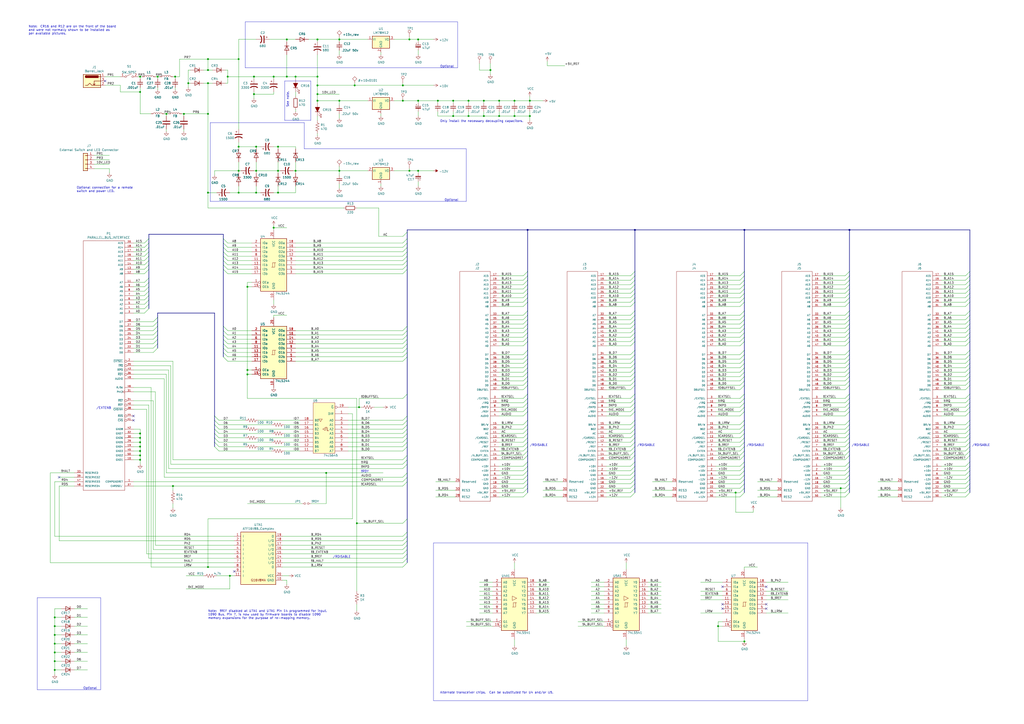
<source format=kicad_sch>
(kicad_sch (version 20230121) (generator eeschema)
  (paper "A2")
  (title_block (title "1090 original") (date "2019-04-23") (rev "1.0") (company "Atari Computer Museum"))
  (junction (at 31.75 388.62))
  (junction (at 132.08 44.45))
  (junction (at 81.28 259.08))
  (junction (at 196.85 22.86))
  (junction (at 120.65 328.93))
  (junction (at 31.75 368.3))
  (junction (at 184.15 58.42))
  (junction (at 143.51 217.17))
  (junction (at 242.57 99.06))
  (junction (at 81.28 261.62))
  (junction (at 262.89 58.42))
  (junction (at 233.68 58.42))
  (junction (at 207.01 303.53))
  (junction (at 280.67 67.31))
  (junction (at 237.49 99.06))
  (junction (at 31.75 378.46))
  (junction (at 101.6 44.45))
  (junction (at 143.51 214.63))
  (junction (at 148.59 99.06))
  (junction (at 138.43 99.06))
  (junction (at 120.65 66.04))
  (junction (at 289.56 67.31))
  (junction (at 205.74 49.53))
  (junction (at 208.28 236.22))
  (junction (at 166.37 22.86))
  (junction (at 81.28 266.7))
  (junction (at 81.28 251.46))
  (junction (at 368.3 133.35))
  (junction (at 431.8 133.35))
  (junction (at 171.45 44.45))
  (junction (at 133.35 334.01))
  (junction (at 31.75 363.22))
  (junction (at 271.78 58.42))
  (junction (at 81.28 53.34))
  (junction (at 196.85 99.06))
  (junction (at 31.75 383.54))
  (junction (at 431.8 372.11))
  (junction (at 147.32 44.45))
  (junction (at 148.59 111.76))
  (junction (at 254 58.42))
  (junction (at 307.34 58.42))
  (junction (at 161.29 111.76))
  (junction (at 161.29 85.09))
  (junction (at 487.68 283.21))
  (junction (at 158.75 132.08))
  (junction (at 120.65 34.29))
  (junction (at 280.67 58.42))
  (junction (at 184.15 49.53))
  (junction (at 148.59 85.09))
  (junction (at 120.65 48.26))
  (junction (at 91.44 44.45))
  (junction (at 120.65 40.64))
  (junction (at 158.75 44.45))
  (junction (at 184.15 54.61))
  (junction (at 233.68 49.53))
  (junction (at 31.75 358.14))
  (junction (at 81.28 264.16))
  (junction (at 196.85 58.42))
  (junction (at 189.23 274.32))
  (junction (at 138.43 34.29))
  (junction (at 120.65 111.76))
  (junction (at 138.43 111.76))
  (junction (at 184.15 22.86))
  (junction (at 171.45 99.06))
  (junction (at 284.48 40.64))
  (junction (at 106.68 66.04))
  (junction (at 289.56 58.42))
  (junction (at 81.28 256.54))
  (junction (at 81.28 254))
  (junction (at 138.43 85.09))
  (junction (at 81.28 44.45))
  (junction (at 416.56 363.22))
  (junction (at 184.15 44.45))
  (junction (at 307.34 67.31))
  (junction (at 100.33 281.94))
  (junction (at 298.45 67.31))
  (junction (at 242.57 22.86))
  (junction (at 96.52 66.04))
  (junction (at 306.07 133.35))
  (junction (at 492.76 133.35))
  (junction (at 271.78 67.31))
  (junction (at 242.57 58.42))
  (junction (at 262.89 67.31))
  (junction (at 31.75 373.38))
  (junction (at 426.72 285.75))
  (junction (at 166.37 44.45))
  (junction (at 161.29 99.06))
  (junction (at 143.51 166.37))
  (junction (at 298.45 58.42))
  (junction (at 237.49 22.86))
  (junction (at 147.32 54.61))
  (junction (at 109.22 48.26))
  (no_connect (at 34.29 276.86))
  (no_connect (at 77.47 243.84))
  (no_connect (at 444.5 353.06))
  (no_connect (at 135.89 331.47))
  (no_connect (at 419.1 340.36))
  (no_connect (at 419.1 350.52))
  (no_connect (at 419.1 353.06))
  (no_connect (at 60.96 46.99))
  (no_connect (at 444.5 350.52))
  (no_connect (at 77.47 241.3))
  (no_connect (at 444.5 340.36))
  (bus_entry (at 233.68 281.94) (size 2.54 -2.54))
  (bus_entry (at 303.53 280.67) (size 2.54 -2.54))
  (bus_entry (at 560.07 167.64) (size 2.54 -2.54))
  (bus_entry (at 490.22 210.82) (size 2.54 -2.54))
  (bus_entry (at 560.07 236.22) (size 2.54 -2.54))
  (bus_entry (at 490.22 233.68) (size 2.54 -2.54))
  (bus_entry (at 365.76 280.67) (size 2.54 -2.54))
  (bus_entry (at 303.53 256.54) (size 2.54 -2.54))
  (bus_entry (at 124.46 254) (size 2.54 2.54))
  (bus_entry (at 365.76 223.52) (size 2.54 -2.54))
  (bus_entry (at 490.22 270.51) (size 2.54 -2.54))
  (bus_entry (at 303.53 195.58) (size 2.54 -2.54))
  (bus_entry (at 303.53 251.46) (size 2.54 -2.54))
  (bus_entry (at 91.44 199.39) (size -2.54 2.54))
  (bus_entry (at 560.07 233.68) (size 2.54 -2.54))
  (bus_entry (at 365.76 215.9) (size 2.54 -2.54))
  (bus_entry (at 86.36 173.99) (size -2.54 2.54))
  (bus_entry (at 303.53 165.1) (size 2.54 -2.54))
  (bus_entry (at 560.07 264.16) (size 2.54 -2.54))
  (bus_entry (at 233.68 196.85) (size 2.54 -2.54))
  (bus_entry (at 86.36 153.67) (size -2.54 2.54))
  (bus_entry (at 429.26 185.42) (size 2.54 -2.54))
  (bus_entry (at 303.53 223.52) (size 2.54 -2.54))
  (bus_entry (at 560.07 177.8) (size 2.54 -2.54))
  (bus_entry (at 86.36 161.29) (size -2.54 2.54))
  (bus_entry (at 429.26 248.92) (size 2.54 -2.54))
  (bus_entry (at 303.53 205.74) (size 2.54 -2.54))
  (bus_entry (at 429.26 187.96) (size 2.54 -2.54))
  (bus_entry (at 86.36 151.13) (size -2.54 2.54))
  (bus_entry (at 490.22 288.29) (size 2.54 -2.54))
  (bus_entry (at 429.26 273.05) (size 2.54 -2.54))
  (bus_entry (at 490.22 185.42) (size 2.54 -2.54))
  (bus_entry (at 303.53 187.96) (size 2.54 -2.54))
  (bus_entry (at 490.22 198.12) (size 2.54 -2.54))
  (bus_entry (at 560.07 248.92) (size 2.54 -2.54))
  (bus_entry (at 490.22 248.92) (size 2.54 -2.54))
  (bus_entry (at 490.22 254) (size 2.54 -2.54))
  (bus_entry (at 429.26 165.1) (size 2.54 -2.54))
  (bus_entry (at 129.54 151.13) (size 2.54 2.54))
  (bus_entry (at 560.07 160.02) (size 2.54 -2.54))
  (bus_entry (at 129.54 148.59) (size 2.54 2.54))
  (bus_entry (at 129.54 143.51) (size 2.54 2.54))
  (bus_entry (at 560.07 238.76) (size 2.54 -2.54))
  (bus_entry (at 365.76 236.22) (size 2.54 -2.54))
  (bus_entry (at 560.07 162.56) (size 2.54 -2.54))
  (bus_entry (at 490.22 238.76) (size 2.54 -2.54))
  (bus_entry (at 560.07 172.72) (size 2.54 -2.54))
  (bus_entry (at 490.22 261.62) (size 2.54 -2.54))
  (bus_entry (at 429.26 167.64) (size 2.54 -2.54))
  (bus_entry (at 429.26 223.52) (size 2.54 -2.54))
  (bus_entry (at 91.44 201.93) (size -2.54 2.54))
  (bus_entry (at 233.68 318.77) (size 2.54 -2.54))
  (bus_entry (at 560.07 213.36) (size 2.54 -2.54))
  (bus_entry (at 365.76 266.7) (size 2.54 -2.54))
  (bus_entry (at 560.07 200.66) (size 2.54 -2.54))
  (bus_entry (at 365.76 241.3) (size 2.54 -2.54))
  (bus_entry (at 129.54 201.93) (size 2.54 2.54))
  (bus_entry (at 86.36 156.21) (size -2.54 2.54))
  (bus_entry (at 560.07 210.82) (size 2.54 -2.54))
  (bus_entry (at 490.22 241.3) (size 2.54 -2.54))
  (bus_entry (at 560.07 261.62) (size 2.54 -2.54))
  (bus_entry (at 233.68 243.84) (size 2.54 -2.54))
  (bus_entry (at 233.68 191.77) (size 2.54 -2.54))
  (bus_entry (at 303.53 283.21) (size 2.54 -2.54))
  (bus_entry (at 303.53 226.06) (size 2.54 -2.54))
  (bus_entry (at 490.22 246.38) (size 2.54 -2.54))
  (bus_entry (at 303.53 182.88) (size 2.54 -2.54))
  (bus_entry (at 233.68 328.93) (size 2.54 -2.54))
  (bus_entry (at 303.53 208.28) (size 2.54 -2.54))
  (bus_entry (at 233.68 256.54) (size 2.54 -2.54))
  (bus_entry (at 429.26 226.06) (size 2.54 -2.54))
  (bus_entry (at 233.68 251.46) (size 2.54 -2.54))
  (bus_entry (at 490.22 182.88) (size 2.54 -2.54))
  (bus_entry (at 233.68 254) (size 2.54 -2.54))
  (bus_entry (at 429.26 195.58) (size 2.54 -2.54))
  (bus_entry (at 429.26 210.82) (size 2.54 -2.54))
  (bus_entry (at 365.76 246.38) (size 2.54 -2.54))
  (bus_entry (at 560.07 270.51) (size 2.54 -2.54))
  (bus_entry (at 490.22 213.36) (size 2.54 -2.54))
  (bus_entry (at 303.53 254) (size 2.54 -2.54))
  (bus_entry (at 365.76 273.05) (size 2.54 -2.54))
  (bus_entry (at 490.22 172.72) (size 2.54 -2.54))
  (bus_entry (at 490.22 215.9) (size 2.54 -2.54))
  (bus_entry (at 560.07 195.58) (size 2.54 -2.54))
  (bus_entry (at 233.68 271.78) (size 2.54 -2.54))
  (bus_entry (at 429.26 256.54) (size 2.54 -2.54))
  (bus_entry (at 560.07 226.06) (size 2.54 -2.54))
  (bus_entry (at 124.46 248.92) (size 2.54 2.54))
  (bus_entry (at 560.07 185.42) (size 2.54 -2.54))
  (bus_entry (at 303.53 241.3) (size 2.54 -2.54))
  (bus_entry (at 560.07 175.26) (size 2.54 -2.54))
  (bus_entry (at 429.26 288.29) (size 2.54 -2.54))
  (bus_entry (at 233.68 248.92) (size 2.54 -2.54))
  (bus_entry (at 560.07 288.29) (size 2.54 -2.54))
  (bus_entry (at 490.22 231.14) (size 2.54 -2.54))
  (bus_entry (at 303.53 220.98) (size 2.54 -2.54))
  (bus_entry (at 129.54 138.43) (size 2.54 2.54))
  (bus_entry (at 86.36 166.37) (size -2.54 2.54))
  (bus_entry (at 233.68 158.75) (size 2.54 -2.54))
  (bus_entry (at 129.54 156.21) (size 2.54 2.54))
  (bus_entry (at 429.26 172.72) (size 2.54 -2.54))
  (bus_entry (at 233.68 321.31) (size 2.54 -2.54))
  (bus_entry (at 303.53 261.62) (size 2.54 -2.54))
  (bus_entry (at 429.26 251.46) (size 2.54 -2.54))
  (bus_entry (at 490.22 280.67) (size 2.54 -2.54))
  (bus_entry (at 429.26 170.18) (size 2.54 -2.54))
  (bus_entry (at 233.68 323.85) (size 2.54 -2.54))
  (bus_entry (at 365.76 233.68) (size 2.54 -2.54))
  (bus_entry (at 233.68 311.15) (size 2.54 -2.54))
  (bus_entry (at 429.26 266.7) (size 2.54 -2.54))
  (bus_entry (at 365.76 283.21) (size 2.54 -2.54))
  (bus_entry (at 91.44 184.15) (size -2.54 2.54))
  (bus_entry (at 124.46 259.08) (size 2.54 2.54))
  (bus_entry (at 429.26 241.3) (size 2.54 -2.54))
  (bus_entry (at 303.53 248.92) (size 2.54 -2.54))
  (bus_entry (at 560.07 259.08) (size 2.54 -2.54))
  (bus_entry (at 303.53 213.36) (size 2.54 -2.54))
  (bus_entry (at 233.68 151.13) (size 2.54 -2.54))
  (bus_entry (at 86.36 148.59) (size -2.54 2.54))
  (bus_entry (at 490.22 162.56) (size 2.54 -2.54))
  (bus_entry (at 233.68 231.14) (size 2.54 -2.54))
  (bus_entry (at 490.22 273.05) (size 2.54 -2.54))
  (bus_entry (at 560.07 251.46) (size 2.54 -2.54))
  (bus_entry (at 303.53 264.16) (size 2.54 -2.54))
  (bus_entry (at 560.07 208.28) (size 2.54 -2.54))
  (bus_entry (at 86.36 168.91) (size -2.54 2.54))
  (bus_entry (at 233.68 313.69) (size 2.54 -2.54))
  (bus_entry (at 365.76 275.59) (size 2.54 -2.54))
  (bus_entry (at 365.76 167.64) (size 2.54 -2.54))
  (bus_entry (at 124.46 256.54) (size 2.54 2.54))
  (bus_entry (at 429.26 190.5) (size 2.54 -2.54))
  (bus_entry (at 303.53 285.75) (size 2.54 -2.54))
  (bus_entry (at 233.68 269.24) (size 2.54 -2.54))
  (bus_entry (at 365.76 162.56) (size 2.54 -2.54))
  (bus_entry (at 429.26 177.8) (size 2.54 -2.54))
  (bus_entry (at 560.07 193.04) (size 2.54 -2.54))
  (bus_entry (at 560.07 182.88) (size 2.54 -2.54))
  (bus_entry (at 490.22 226.06) (size 2.54 -2.54))
  (bus_entry (at 490.22 218.44) (size 2.54 -2.54))
  (bus_entry (at 490.22 167.64) (size 2.54 -2.54))
  (bus_entry (at 233.68 276.86) (size 2.54 -2.54))
  (bus_entry (at 233.68 143.51) (size 2.54 -2.54))
  (bus_entry (at 429.26 264.16) (size 2.54 -2.54))
  (bus_entry (at 429.26 236.22) (size 2.54 -2.54))
  (bus_entry (at 365.76 210.82) (size 2.54 -2.54))
  (bus_entry (at 560.07 198.12) (size 2.54 -2.54))
  (bus_entry (at 560.07 283.21) (size 2.54 -2.54))
  (bus_entry (at 129.54 204.47) (size 2.54 2.54))
  (bus_entry (at 490.22 220.98) (size 2.54 -2.54))
  (bus_entry (at 490.22 275.59) (size 2.54 -2.54))
  (bus_entry (at 429.26 160.02) (size 2.54 -2.54))
  (bus_entry (at 86.36 163.83) (size -2.54 2.54))
  (bus_entry (at 560.07 223.52) (size 2.54 -2.54))
  (bus_entry (at 233.68 137.16) (size 2.54 -2.54))
  (bus_entry (at 233.68 209.55) (size 2.54 -2.54))
  (bus_entry (at 365.76 177.8) (size 2.54 -2.54))
  (bus_entry (at 365.76 160.02) (size 2.54 -2.54))
  (bus_entry (at 429.26 261.62) (size 2.54 -2.54))
  (bus_entry (at 303.53 170.18) (size 2.54 -2.54))
  (bus_entry (at 490.22 266.7) (size 2.54 -2.54))
  (bus_entry (at 233.68 326.39) (size 2.54 -2.54))
  (bus_entry (at 490.22 177.8) (size 2.54 -2.54))
  (bus_entry (at 303.53 278.13) (size 2.54 -2.54))
  (bus_entry (at 560.07 254) (size 2.54 -2.54))
  (bus_entry (at 303.53 200.66) (size 2.54 -2.54))
  (bus_entry (at 429.26 278.13) (size 2.54 -2.54))
  (bus_entry (at 560.07 266.7) (size 2.54 -2.54))
  (bus_entry (at 129.54 207.01) (size 2.54 2.54))
  (bus_entry (at 429.26 238.76) (size 2.54 -2.54))
  (bus_entry (at 365.76 190.5) (size 2.54 -2.54))
  (bus_entry (at 429.26 283.21) (size 2.54 -2.54))
  (bus_entry (at 233.68 279.4) (size 2.54 -2.54))
  (bus_entry (at 233.68 153.67) (size 2.54 -2.54))
  (bus_entry (at 129.54 146.05) (size 2.54 2.54))
  (bus_entry (at 233.68 146.05) (size 2.54 -2.54))
  (bus_entry (at 560.07 170.18) (size 2.54 -2.54))
  (bus_entry (at 86.36 179.07) (size -2.54 2.54))
  (bus_entry (at 490.22 175.26) (size 2.54 -2.54))
  (bus_entry (at 490.22 187.96) (size 2.54 -2.54))
  (bus_entry (at 233.68 246.38) (size 2.54 -2.54))
  (bus_entry (at 303.53 190.5) (size 2.54 -2.54))
  (bus_entry (at 490.22 259.08) (size 2.54 -2.54))
  (bus_entry (at 365.76 208.28) (size 2.54 -2.54))
  (bus_entry (at 303.53 231.14) (size 2.54 -2.54))
  (bus_entry (at 124.46 246.38) (size 2.54 2.54))
  (bus_entry (at 560.07 275.59) (size 2.54 -2.54))
  (bus_entry (at 129.54 153.67) (size 2.54 2.54))
  (bus_entry (at 303.53 175.26) (size 2.54 -2.54))
  (bus_entry (at 233.68 194.31) (size 2.54 -2.54))
  (bus_entry (at 124.46 243.84) (size 2.54 2.54))
  (bus_entry (at 560.07 215.9) (size 2.54 -2.54))
  (bus_entry (at 429.26 270.51) (size 2.54 -2.54))
  (bus_entry (at 365.76 218.44) (size 2.54 -2.54))
  (bus_entry (at 365.76 195.58) (size 2.54 -2.54))
  (bus_entry (at 490.22 285.75) (size 2.54 -2.54))
  (bus_entry (at 429.26 198.12) (size 2.54 -2.54))
  (bus_entry (at 233.68 316.23) (size 2.54 -2.54))
  (bus_entry (at 429.26 213.36) (size 2.54 -2.54))
  (bus_entry (at 429.26 205.74) (size 2.54 -2.54))
  (bus_entry (at 303.53 218.44) (size 2.54 -2.54))
  (bus_entry (at 429.26 218.44) (size 2.54 -2.54))
  (bus_entry (at 129.54 196.85) (size 2.54 2.54))
  (bus_entry (at 233.68 266.7) (size 2.54 -2.54))
  (bus_entry (at 429.26 162.56) (size 2.54 -2.54))
  (bus_entry (at 124.46 241.3) (size 2.54 2.54))
  (bus_entry (at 365.76 251.46) (size 2.54 -2.54))
  (bus_entry (at 303.53 233.68) (size 2.54 -2.54))
  (bus_entry (at 429.26 175.26) (size 2.54 -2.54))
  (bus_entry (at 429.26 231.14) (size 2.54 -2.54))
  (bus_entry (at 365.76 205.74) (size 2.54 -2.54))
  (bus_entry (at 560.07 220.98) (size 2.54 -2.54))
  (bus_entry (at 429.26 254) (size 2.54 -2.54))
  (bus_entry (at 429.26 200.66) (size 2.54 -2.54))
  (bus_entry (at 303.53 259.08) (size 2.54 -2.54))
  (bus_entry (at 365.76 165.1) (size 2.54 -2.54))
  (bus_entry (at 233.68 156.21) (size 2.54 -2.54))
  (bus_entry (at 429.26 193.04) (size 2.54 -2.54))
  (bus_entry (at 490.22 190.5) (size 2.54 -2.54))
  (bus_entry (at 365.76 264.16) (size 2.54 -2.54))
  (bus_entry (at 233.68 303.53) (size 2.54 -2.54))
  (bus_entry (at 303.53 198.12) (size 2.54 -2.54))
  (bus_entry (at 91.44 194.31) (size -2.54 2.54))
  (bus_entry (at 303.53 160.02) (size 2.54 -2.54))
  (bus_entry (at 86.36 176.53) (size -2.54 2.54))
  (bus_entry (at 129.54 194.31) (size 2.54 2.54))
  (bus_entry (at 429.26 259.08) (size 2.54 -2.54))
  (bus_entry (at 303.53 177.8) (size 2.54 -2.54))
  (bus_entry (at 233.68 207.01) (size 2.54 -2.54))
  (bus_entry (at 303.53 162.56) (size 2.54 -2.54))
  (bus_entry (at 429.26 215.9) (size 2.54 -2.54))
  (bus_entry (at 365.76 285.75) (size 2.54 -2.54))
  (bus_entry (at 233.68 259.08) (size 2.54 -2.54))
  (bus_entry (at 490.22 195.58) (size 2.54 -2.54))
  (bus_entry (at 365.76 270.51) (size 2.54 -2.54))
  (bus_entry (at 86.36 143.51) (size -2.54 2.54))
  (bus_entry (at 429.26 220.98) (size 2.54 -2.54))
  (bus_entry (at 365.76 185.42) (size 2.54 -2.54))
  (bus_entry (at 365.76 231.14) (size 2.54 -2.54))
  (bus_entry (at 365.76 200.66) (size 2.54 -2.54))
  (bus_entry (at 233.68 204.47) (size 2.54 -2.54))
  (bus_entry (at 365.76 170.18) (size 2.54 -2.54))
  (bus_entry (at 429.26 280.67) (size 2.54 -2.54))
  (bus_entry (at 233.68 201.93) (size 2.54 -2.54))
  (bus_entry (at 303.53 193.04) (size 2.54 -2.54))
  (bus_entry (at 429.26 246.38) (size 2.54 -2.54))
  (bus_entry (at 560.07 280.67) (size 2.54 -2.54))
  (bus_entry (at 365.76 238.76) (size 2.54 -2.54))
  (bus_entry (at 490.22 165.1) (size 2.54 -2.54))
  (bus_entry (at 490.22 205.74) (size 2.54 -2.54))
  (bus_entry (at 365.76 182.88) (size 2.54 -2.54))
  (bus_entry (at 86.36 171.45) (size -2.54 2.54))
  (bus_entry (at 365.76 175.26) (size 2.54 -2.54))
  (bus_entry (at 303.53 270.51) (size 2.54 -2.54))
  (bus_entry (at 303.53 288.29) (size 2.54 -2.54))
  (bus_entry (at 560.07 187.96) (size 2.54 -2.54))
  (bus_entry (at 303.53 275.59) (size 2.54 -2.54))
  (bus_entry (at 303.53 238.76) (size 2.54 -2.54))
  (bus_entry (at 86.36 146.05) (size -2.54 2.54))
  (bus_entry (at 490.22 251.46) (size 2.54 -2.54))
  (bus_entry (at 365.76 172.72) (size 2.54 -2.54))
  (bus_entry (at 490.22 160.02) (size 2.54 -2.54))
  (bus_entry (at 365.76 288.29) (size 2.54 -2.54))
  (bus_entry (at 490.22 256.54) (size 2.54 -2.54))
  (bus_entry (at 560.07 273.05) (size 2.54 -2.54))
  (bus_entry (at 365.76 187.96) (size 2.54 -2.54))
  (bus_entry (at 560.07 241.3) (size 2.54 -2.54))
  (bus_entry (at 560.07 246.38) (size 2.54 -2.54))
  (bus_entry (at 303.53 246.38) (size 2.54 -2.54))
  (bus_entry (at 429.26 208.28) (size 2.54 -2.54))
  (bus_entry (at 124.46 251.46) (size 2.54 2.54))
  (bus_entry (at 490.22 236.22) (size 2.54 -2.54))
  (bus_entry (at 365.76 254) (size 2.54 -2.54))
  (bus_entry (at 129.54 140.97) (size 2.54 2.54))
  (bus_entry (at 560.07 256.54) (size 2.54 -2.54))
  (bus_entry (at 303.53 172.72) (size 2.54 -2.54))
  (bus_entry (at 91.44 186.69) (size -2.54 2.54))
  (bus_entry (at 490.22 170.18) (size 2.54 -2.54))
  (bus_entry (at 560.07 218.44) (size 2.54 -2.54))
  (bus_entry (at 560.07 231.14) (size 2.54 -2.54))
  (bus_entry (at 490.22 208.28) (size 2.54 -2.54))
  (bus_entry (at 365.76 213.36) (size 2.54 -2.54))
  (bus_entry (at 303.53 236.22) (size 2.54 -2.54))
  (bus_entry (at 490.22 283.21) (size 2.54 -2.54))
  (bus_entry (at 129.54 191.77) (size 2.54 2.54))
  (bus_entry (at 429.26 285.75) (size 2.54 -2.54))
  (bus_entry (at 233.68 140.97) (size 2.54 -2.54))
  (bus_entry (at 490.22 278.13) (size 2.54 -2.54))
  (bus_entry (at 129.54 189.23) (size 2.54 2.54))
  (bus_entry (at 560.07 278.13) (size 2.54 -2.54))
  (bus_entry (at 365.76 220.98) (size 2.54 -2.54))
  (bus_entry (at 365.76 256.54) (size 2.54 -2.54))
  (bus_entry (at 560.07 205.74) (size 2.54 -2.54))
  (bus_entry (at 91.44 191.77) (size -2.54 2.54))
  (bus_entry (at 86.36 138.43) (size -2.54 2.54))
  (bus_entry (at 233.68 199.39) (size 2.54 -2.54))
  (bus_entry (at 233.68 261.62) (size 2.54 -2.54))
  (bus_entry (at 365.76 248.92) (size 2.54 -2.54))
  (bus_entry (at 303.53 266.7) (size 2.54 -2.54))
  (bus_entry (at 303.53 210.82) (size 2.54 -2.54))
  (bus_entry (at 233.68 148.59) (size 2.54 -2.54))
  (bus_entry (at 91.44 189.23) (size -2.54 2.54))
  (bus_entry (at 303.53 167.64) (size 2.54 -2.54))
  (bus_entry (at 490.22 200.66) (size 2.54 -2.54))
  (bus_entry (at 429.26 182.88) (size 2.54 -2.54))
  (bus_entry (at 490.22 223.52) (size 2.54 -2.54))
  (bus_entry (at 560.07 285.75) (size 2.54 -2.54))
  (bus_entry (at 490.22 193.04) (size 2.54 -2.54))
  (bus_entry (at 365.76 259.08) (size 2.54 -2.54))
  (bus_entry (at 365.76 261.62) (size 2.54 -2.54))
  (bus_entry (at 365.76 278.13) (size 2.54 -2.54))
  (bus_entry (at 429.26 233.68) (size 2.54 -2.54))
  (bus_entry (at 429.26 275.59) (size 2.54 -2.54))
  (bus_entry (at 365.76 193.04) (size 2.54 -2.54))
  (bus_entry (at 303.53 273.05) (size 2.54 -2.54))
  (bus_entry (at 490.22 264.16) (size 2.54 -2.54))
  (bus_entry (at 129.54 199.39) (size 2.54 2.54))
  (bus_entry (at 560.07 165.1) (size 2.54 -2.54))
  (bus_entry (at 91.44 196.85) (size -2.54 2.54))
  (bus_entry (at 303.53 185.42) (size 2.54 -2.54))
  (bus_entry (at 560.07 190.5) (size 2.54 -2.54))
  (bus_entry (at 86.36 140.97) (size -2.54 2.54))
  (bus_entry (at 365.76 198.12) (size 2.54 -2.54))
  (bus_entry (at 303.53 215.9) (size 2.54 -2.54))
  (bus_entry (at 365.76 226.06) (size 2.54 -2.54))
  (bus (pts (xy 562.61 236.22) (xy 562.61 238.76)))
  (wire (pts (xy 242.57 58.42) (xy 254 58.42)))
  (bus (pts (xy 306.07 270.51) (xy 306.07 273.05)))
  (bus (pts (xy 492.76 133.35) (xy 492.76 157.48)))
  (wire (pts (xy 54.61 97.79) (xy 63.5 97.79)))
  (bus (pts (xy 368.3 218.44) (xy 368.3 220.98)))
  (wire (pts (xy 280.67 58.42) (xy 289.56 58.42)))
  (wire (pts (xy 375.92 337.82) (xy 383.54 337.82)))
  (wire (pts (xy 419.1 342.9) (xy 406.4 342.9)))
  (wire (pts (xy 289.56 58.42) (xy 298.45 58.42)))
  (wire (pts (xy 184.15 49.53) (xy 205.74 49.53)))
  (wire (pts (xy 476.25 270.51) (xy 490.22 270.51)))
  (bus (pts (xy 368.3 254) (xy 368.3 256.54)))
  (wire (pts (xy 298.45 58.42) (xy 307.34 58.42)))
  (wire (pts (xy 476.25 177.8) (xy 490.22 177.8)))
  (wire (pts (xy 31.75 383.54) (xy 31.75 388.62)))
  (wire (pts (xy 271.78 59.69) (xy 271.78 58.42)))
  (wire (pts (xy 351.79 259.08) (xy 365.76 259.08)))
  (bus (pts (xy 306.07 238.76) (xy 306.07 243.84)))
  (polyline (pts (xy 58.42 346.71) (xy 58.42 400.05)))
  (wire (pts (xy 351.79 182.88) (xy 365.76 182.88)))
  (bus (pts (xy 306.07 185.42) (xy 306.07 187.96)))
  (bus (pts (xy 306.07 157.48) (xy 306.07 160.02)))
  (bus (pts (xy 236.22 323.85) (xy 236.22 326.39)))
  (wire (pts (xy 77.47 146.05) (xy 83.82 146.05)))
  (bus (pts (xy 306.07 213.36) (xy 306.07 215.9)))
  (wire (pts (xy 546.1 233.68) (xy 560.07 233.68)))
  (wire (pts (xy 138.43 107.95) (xy 138.43 111.76)))
  (bus (pts (xy 368.3 157.48) (xy 368.3 160.02)))
  (wire (pts (xy 184.15 78.74) (xy 184.15 77.47)))
  (wire (pts (xy 415.29 251.46) (xy 429.26 251.46)))
  (bus (pts (xy 431.8 254) (xy 431.8 256.54)))
  (wire (pts (xy 289.56 246.38) (xy 303.53 246.38)))
  (wire (pts (xy 171.45 207.01) (xy 233.68 207.01)))
  (wire (pts (xy 81.28 266.7) (xy 81.28 269.24)))
  (wire (pts (xy 375.92 353.06) (xy 383.54 353.06)))
  (wire (pts (xy 146.05 140.97) (xy 132.08 140.97)))
  (wire (pts (xy 476.25 223.52) (xy 490.22 223.52)))
  (wire (pts (xy 138.43 85.09) (xy 138.43 86.36)))
  (wire (pts (xy 86.36 234.95) (xy 77.47 234.95)))
  (bus (pts (xy 368.3 182.88) (xy 368.3 185.42)))
  (bus (pts (xy 562.61 233.68) (xy 562.61 236.22)))
  (bus (pts (xy 86.36 138.43) (xy 86.36 140.97)))
  (wire (pts (xy 415.29 218.44) (xy 429.26 218.44)))
  (wire (pts (xy 415.29 246.38) (xy 429.26 246.38)))
  (bus (pts (xy 306.07 203.2) (xy 306.07 205.74)))
  (wire (pts (xy 54.61 92.71) (xy 63.5 92.71)))
  (wire (pts (xy 87.63 224.79) (xy 77.47 224.79)))
  (wire (pts (xy 77.47 156.21) (xy 83.82 156.21)))
  (bus (pts (xy 492.76 218.44) (xy 492.76 220.98)))
  (wire (pts (xy 271.78 67.31) (xy 280.67 67.31)))
  (wire (pts (xy 289.56 215.9) (xy 303.53 215.9)))
  (wire (pts (xy 77.47 191.77) (xy 88.9 191.77)))
  (wire (pts (xy 77.47 140.97) (xy 83.82 140.97)))
  (bus (pts (xy 431.8 208.28) (xy 431.8 210.82)))
  (wire (pts (xy 77.47 251.46) (xy 81.28 251.46)))
  (wire (pts (xy 375.92 340.36) (xy 383.54 340.36)))
  (wire (pts (xy 124.46 99.06) (xy 124.46 101.6)))
  (wire (pts (xy 31.75 373.38) (xy 31.75 378.46)))
  (bus (pts (xy 129.54 201.93) (xy 129.54 204.47)))
  (wire (pts (xy 415.29 266.7) (xy 429.26 266.7)))
  (bus (pts (xy 86.36 148.59) (xy 86.36 151.13)))
  (wire (pts (xy 109.22 48.26) (xy 109.22 50.8)))
  (wire (pts (xy 189.23 292.1) (xy 189.23 274.32)))
  (wire (pts (xy 289.56 175.26) (xy 303.53 175.26)))
  (wire (pts (xy 476.25 190.5) (xy 490.22 190.5)))
  (wire (pts (xy 439.42 284.48) (xy 450.85 284.48)))
  (wire (pts (xy 476.25 187.96) (xy 490.22 187.96)))
  (bus (pts (xy 86.36 168.91) (xy 86.36 171.45)))
  (bus (pts (xy 306.07 243.84) (xy 306.07 246.38)))
  (polyline (pts (xy 21.59 400.05) (xy 21.59 346.71)))
  (bus (pts (xy 306.07 205.74) (xy 306.07 208.28)))
  (bus (pts (xy 562.61 203.2) (xy 562.61 205.74)))
  (wire (pts (xy 81.28 66.04) (xy 87.63 66.04)))
  (wire (pts (xy 351.79 248.92) (xy 365.76 248.92)))
  (wire (pts (xy 415.29 193.04) (xy 429.26 193.04)))
  (wire (pts (xy 289.56 182.88) (xy 303.53 182.88)))
  (wire (pts (xy 311.15 355.6) (xy 318.77 355.6)))
  (wire (pts (xy 546.1 198.12) (xy 560.07 198.12)))
  (bus (pts (xy 368.3 215.9) (xy 368.3 218.44)))
  (bus (pts (xy 236.22 259.08) (xy 236.22 264.16)))
  (bus (pts (xy 562.61 172.72) (xy 562.61 175.26)))
  (wire (pts (xy 120.65 66.04) (xy 106.68 66.04)))
  (wire (pts (xy 29.21 326.39) (xy 135.89 326.39)))
  (wire (pts (xy 289.56 238.76) (xy 303.53 238.76)))
  (wire (pts (xy 143.51 166.37) (xy 143.51 214.63)))
  (wire (pts (xy 120.65 40.64) (xy 123.19 40.64)))
  (bus (pts (xy 306.07 261.62) (xy 306.07 264.16)))
  (wire (pts (xy 184.15 58.42) (xy 184.15 59.69)))
  (wire (pts (xy 415.29 283.21) (xy 429.26 283.21)))
  (bus (pts (xy 431.8 187.96) (xy 431.8 190.5)))
  (bus (pts (xy 492.76 220.98) (xy 492.76 223.52)))
  (wire (pts (xy 146.05 217.17) (xy 143.51 217.17)))
  (bus (pts (xy 306.07 273.05) (xy 306.07 275.59)))
  (bus (pts (xy 431.8 246.38) (xy 431.8 248.92)))
  (wire (pts (xy 127 259.08) (xy 142.24 259.08)))
  (wire (pts (xy 476.25 205.74) (xy 490.22 205.74)))
  (bus (pts (xy 306.07 256.54) (xy 306.07 259.08)))
  (bus (pts (xy 86.36 171.45) (xy 86.36 173.99)))
  (wire (pts (xy 416.56 372.11) (xy 416.56 363.22)))
  (wire (pts (xy 439.42 279.4) (xy 450.85 279.4)))
  (wire (pts (xy 201.93 254) (xy 233.68 254)))
  (wire (pts (xy 546.1 238.76) (xy 560.07 238.76)))
  (wire (pts (xy 91.44 44.45) (xy 92.71 44.45)))
  (wire (pts (xy 476.25 278.13) (xy 490.22 278.13)))
  (wire (pts (xy 110.49 40.64) (xy 109.22 40.64)))
  (wire (pts (xy 77.47 158.75) (xy 83.82 158.75)))
  (wire (pts (xy 171.45 196.85) (xy 233.68 196.85)))
  (bus (pts (xy 431.8 195.58) (xy 431.8 198.12)))
  (wire (pts (xy 146.05 196.85) (xy 132.08 196.85)))
  (wire (pts (xy 415.29 226.06) (xy 429.26 226.06)))
  (wire (pts (xy 43.18 276.86) (xy 34.29 276.86)))
  (wire (pts (xy 289.56 162.56) (xy 303.53 162.56)))
  (wire (pts (xy 171.45 148.59) (xy 233.68 148.59)))
  (wire (pts (xy 351.79 285.75) (xy 365.76 285.75)))
  (bus (pts (xy 492.76 278.13) (xy 492.76 280.67)))
  (bus (pts (xy 306.07 190.5) (xy 306.07 193.04)))
  (wire (pts (xy 350.52 340.36) (xy 342.9 340.36)))
  (bus (pts (xy 368.3 243.84) (xy 368.3 246.38)))
  (wire (pts (xy 171.45 45.72) (xy 171.45 44.45)))
  (wire (pts (xy 289.56 248.92) (xy 303.53 248.92)))
  (wire (pts (xy 81.28 44.45) (xy 82.55 44.45)))
  (wire (pts (xy 476.25 280.67) (xy 490.22 280.67)))
  (wire (pts (xy 96.52 274.32) (xy 189.23 274.32)))
  (wire (pts (xy 148.59 111.76) (xy 151.13 111.76)))
  (wire (pts (xy 298.45 374.65) (xy 298.45 370.84)))
  (wire (pts (xy 298.45 67.31) (xy 307.34 67.31)))
  (wire (pts (xy 77.47 261.62) (xy 81.28 261.62)))
  (wire (pts (xy 546.1 210.82) (xy 560.07 210.82)))
  (wire (pts (xy 43.18 281.94) (xy 34.29 281.94)))
  (bus (pts (xy 306.07 233.68) (xy 306.07 236.22)))
  (wire (pts (xy 100.33 281.94) (xy 233.68 281.94)))
  (wire (pts (xy 378.46 279.4) (xy 389.89 279.4)))
  (wire (pts (xy 350.52 347.98) (xy 342.9 347.98)))
  (wire (pts (xy 77.47 148.59) (xy 83.82 148.59)))
  (bus (pts (xy 492.76 228.6) (xy 492.76 231.14)))
  (wire (pts (xy 242.57 59.69) (xy 242.57 58.42)))
  (wire (pts (xy 289.56 165.1) (xy 303.53 165.1)))
  (bus (pts (xy 562.61 246.38) (xy 562.61 248.92)))
  (wire (pts (xy 307.34 67.31) (xy 307.34 69.85)))
  (wire (pts (xy 158.75 184.15) (xy 158.75 182.88)))
  (wire (pts (xy 120.65 48.26) (xy 123.19 48.26)))
  (wire (pts (xy 289.56 218.44) (xy 303.53 218.44)))
  (wire (pts (xy 138.43 85.09) (xy 138.43 82.55)))
  (wire (pts (xy 161.29 99.06) (xy 161.29 100.33)))
  (wire (pts (xy 132.08 44.45) (xy 147.32 44.45)))
  (wire (pts (xy 132.08 44.45) (xy 132.08 48.26)))
  (wire (pts (xy 35.56 378.46) (xy 31.75 378.46)))
  (bus (pts (xy 236.22 228.6) (xy 236.22 241.3)))
  (wire (pts (xy 120.65 48.26) (xy 120.65 66.04)))
  (wire (pts (xy 196.85 99.06) (xy 171.45 99.06)))
  (wire (pts (xy 120.65 328.93) (xy 135.89 328.93)))
  (wire (pts (xy 77.47 199.39) (xy 88.9 199.39)))
  (wire (pts (xy 546.1 190.5) (xy 560.07 190.5)))
  (wire (pts (xy 86.36 323.85) (xy 135.89 323.85)))
  (wire (pts (xy 351.79 275.59) (xy 365.76 275.59)))
  (bus (pts (xy 368.3 246.38) (xy 368.3 248.92)))
  (wire (pts (xy 415.29 273.05) (xy 429.26 273.05)))
  (wire (pts (xy 242.57 31.75) (xy 242.57 29.21)))
  (bus (pts (xy 431.8 248.92) (xy 431.8 251.46)))
  (bus (pts (xy 129.54 194.31) (xy 129.54 196.85)))
  (bus (pts (xy 236.22 241.3) (xy 236.22 243.84)))
  (wire (pts (xy 43.18 373.38) (xy 50.8 373.38)))
  (wire (pts (xy 350.52 337.82) (xy 342.9 337.82)))
  (wire (pts (xy 289.56 288.29) (xy 303.53 288.29)))
  (wire (pts (xy 546.1 175.26) (xy 560.07 175.26)))
  (wire (pts (xy 161.29 86.36) (xy 161.29 85.09)))
  (bus (pts (xy 368.3 270.51) (xy 368.3 273.05)))
  (wire (pts (xy 415.29 233.68) (xy 429.26 233.68)))
  (wire (pts (xy 546.1 182.88) (xy 560.07 182.88)))
  (bus (pts (xy 562.61 170.18) (xy 562.61 172.72)))
  (wire (pts (xy 163.83 323.85) (xy 233.68 323.85)))
  (bus (pts (xy 562.61 175.26) (xy 562.61 180.34)))
  (wire (pts (xy 77.47 217.17) (xy 96.52 217.17)))
  (wire (pts (xy 242.57 99.06) (xy 251.46 99.06)))
  (wire (pts (xy 285.75 345.44) (xy 278.13 345.44)))
  (wire (pts (xy 161.29 85.09) (xy 171.45 85.09)))
  (bus (pts (xy 86.36 166.37) (xy 86.36 168.91)))
  (bus (pts (xy 306.07 198.12) (xy 306.07 203.2)))
  (wire (pts (xy 171.45 204.47) (xy 233.68 204.47)))
  (wire (pts (xy 378.46 288.29) (xy 389.89 288.29)))
  (wire (pts (xy 101.6 44.45) (xy 104.14 44.45)))
  (bus (pts (xy 368.3 278.13) (xy 368.3 280.67)))
  (bus (pts (xy 129.54 191.77) (xy 129.54 194.31)))
  (wire (pts (xy 289.56 264.16) (xy 303.53 264.16)))
  (bus (pts (xy 492.76 193.04) (xy 492.76 195.58)))
  (wire (pts (xy 161.29 93.98) (xy 161.29 99.06)))
  (wire (pts (xy 219.71 120.65) (xy 219.71 137.16)))
  (bus (pts (xy 431.8 256.54) (xy 431.8 259.08)))
  (wire (pts (xy 285.75 350.52) (xy 278.13 350.52)))
  (bus (pts (xy 431.8 167.64) (xy 431.8 170.18)))
  (wire (pts (xy 509.27 279.4) (xy 520.7 279.4)))
  (wire (pts (xy 31.75 279.4) (xy 43.18 279.4)))
  (wire (pts (xy 416.56 360.68) (xy 419.1 360.68)))
  (bus (pts (xy 562.61 205.74) (xy 562.61 208.28)))
  (wire (pts (xy 233.68 58.42) (xy 242.57 58.42)))
  (bus (pts (xy 562.61 165.1) (xy 562.61 167.64)))
  (wire (pts (xy 209.55 236.22) (xy 208.28 236.22)))
  (bus (pts (xy 86.36 146.05) (xy 86.36 148.59)))
  (wire (pts (xy 546.1 256.54) (xy 560.07 256.54)))
  (polyline (pts (xy 265.43 12.7) (xy 142.24 12.7)))
  (wire (pts (xy 278.13 40.64) (xy 284.48 40.64)))
  (wire (pts (xy 285.75 337.82) (xy 278.13 337.82)))
  (polyline (pts (xy 142.24 12.7) (xy 142.24 39.37)))
  (wire (pts (xy 170.18 99.06) (xy 171.45 99.06)))
  (wire (pts (xy 509.27 284.48) (xy 520.7 284.48)))
  (wire (pts (xy 158.75 173.99) (xy 158.75 176.53)))
  (wire (pts (xy 43.18 358.14) (xy 50.8 358.14)))
  (bus (pts (xy 431.8 275.59) (xy 431.8 278.13)))
  (wire (pts (xy 289.56 198.12) (xy 303.53 198.12)))
  (bus (pts (xy 86.36 161.29) (xy 86.36 163.83)))
  (wire (pts (xy 289.56 220.98) (xy 303.53 220.98)))
  (bus (pts (xy 86.36 156.21) (xy 86.36 161.29)))
  (bus (pts (xy 124.46 246.38) (xy 124.46 248.92)))
  (wire (pts (xy 431.8 372.11) (xy 416.56 372.11)))
  (bus (pts (xy 431.8 198.12) (xy 431.8 203.2)))
  (wire (pts (xy 289.56 205.74) (xy 303.53 205.74)))
  (wire (pts (xy 378.46 284.48) (xy 389.89 284.48)))
  (wire (pts (xy 426.72 285.75) (xy 429.26 285.75)))
  (wire (pts (xy 242.57 22.86) (xy 251.46 22.86)))
  (wire (pts (xy 109.22 48.26) (xy 110.49 48.26)))
  (wire (pts (xy 289.56 208.28) (xy 303.53 208.28)))
  (wire (pts (xy 201.93 256.54) (xy 233.68 256.54)))
  (wire (pts (xy 476.25 195.58) (xy 490.22 195.58)))
  (wire (pts (xy 100.33 281.94) (xy 100.33 284.48)))
  (wire (pts (xy 196.85 66.04) (xy 196.85 68.58)))
  (wire (pts (xy 476.25 162.56) (xy 490.22 162.56)))
  (wire (pts (xy 90.17 227.33) (xy 90.17 316.23)))
  (wire (pts (xy 546.1 170.18) (xy 560.07 170.18)))
  (wire (pts (xy 444.5 342.9) (xy 457.2 342.9)))
  (wire (pts (xy 196.85 29.21) (xy 196.85 31.75)))
  (bus (pts (xy 368.3 248.92) (xy 368.3 251.46)))
  (wire (pts (xy 163.83 313.69) (xy 233.68 313.69)))
  (wire (pts (xy 205.74 49.53) (xy 205.74 48.26)))
  (wire (pts (xy 85.09 237.49) (xy 77.47 237.49)))
  (wire (pts (xy 196.85 24.13) (xy 196.85 22.86)))
  (wire (pts (xy 77.47 212.09) (xy 99.06 212.09)))
  (bus (pts (xy 129.54 156.21) (xy 129.54 189.23)))
  (wire (pts (xy 87.63 328.93) (xy 120.65 328.93)))
  (bus (pts (xy 236.22 133.35) (xy 236.22 134.62)))
  (wire (pts (xy 43.18 388.62) (xy 50.8 388.62)))
  (wire (pts (xy 132.08 207.01) (xy 146.05 207.01)))
  (wire (pts (xy 351.79 187.96) (xy 365.76 187.96)))
  (bus (pts (xy 86.36 143.51) (xy 86.36 146.05)))
  (bus (pts (xy 129.54 204.47) (xy 129.54 207.01)))
  (bus (pts (xy 431.8 267.97) (xy 431.8 270.51)))
  (wire (pts (xy 335.28 360.68) (xy 350.52 360.68)))
  (wire (pts (xy 201.93 248.92) (xy 233.68 248.92)))
  (wire (pts (xy 237.49 21.59) (xy 237.49 22.86)))
  (wire (pts (xy 163.83 328.93) (xy 233.68 328.93)))
  (wire (pts (xy 351.79 160.02) (xy 365.76 160.02)))
  (wire (pts (xy 289.56 64.77) (xy 289.56 67.31)))
  (wire (pts (xy 252.73 288.29) (xy 264.16 288.29)))
  (wire (pts (xy 254 58.42) (xy 262.89 58.42)))
  (wire (pts (xy 171.45 44.45) (xy 184.15 44.45)))
  (wire (pts (xy 289.56 223.52) (xy 303.53 223.52)))
  (wire (pts (xy 351.79 261.62) (xy 365.76 261.62)))
  (wire (pts (xy 415.29 231.14) (xy 429.26 231.14)))
  (wire (pts (xy 351.79 205.74) (xy 365.76 205.74)))
  (wire (pts (xy 289.56 177.8) (xy 303.53 177.8)))
  (wire (pts (xy 166.37 336.55) (xy 166.37 339.09)))
  (wire (pts (xy 31.75 373.38) (xy 35.56 373.38)))
  (wire (pts (xy 278.13 36.83) (xy 278.13 40.64)))
  (wire (pts (xy 476.25 220.98) (xy 490.22 220.98)))
  (polyline (pts (xy 165.1 69.85) (xy 165.1 46.99)))
  (bus (pts (xy 306.07 182.88) (xy 306.07 185.42)))
  (bus (pts (xy 492.76 205.74) (xy 492.76 208.28)))
  (wire (pts (xy 285.75 347.98) (xy 278.13 347.98)))
  (wire (pts (xy 105.41 66.04) (xy 106.68 66.04)))
  (wire (pts (xy 158.75 44.45) (xy 166.37 44.45)))
  (bus (pts (xy 562.61 208.28) (xy 562.61 210.82)))
  (wire (pts (xy 171.45 151.13) (xy 233.68 151.13)))
  (wire (pts (xy 262.89 59.69) (xy 262.89 58.42)))
  (wire (pts (xy 546.1 246.38) (xy 560.07 246.38)))
  (bus (pts (xy 562.61 215.9) (xy 562.61 218.44)))
  (bus (pts (xy 562.61 193.04) (xy 562.61 195.58)))
  (wire (pts (xy 127 254) (xy 142.24 254)))
  (wire (pts (xy 207.01 303.53) (xy 207.01 342.9)))
  (bus (pts (xy 124.46 254) (xy 124.46 256.54)))
  (wire (pts (xy 135.89 313.69) (xy 34.29 313.69)))
  (bus (pts (xy 236.22 269.24) (xy 236.22 274.32)))
  (bus (pts (xy 562.61 220.98) (xy 562.61 223.52)))
  (bus (pts (xy 236.22 151.13) (xy 236.22 153.67)))
  (bus (pts (xy 562.61 187.96) (xy 562.61 190.5)))
  (wire (pts (xy 289.56 259.08) (xy 303.53 259.08)))
  (wire (pts (xy 298.45 64.77) (xy 298.45 67.31)))
  (wire (pts (xy 148.59 99.06) (xy 148.59 100.33)))
  (wire (pts (xy 289.56 270.51) (xy 303.53 270.51)))
  (bus (pts (xy 91.44 181.61) (xy 124.46 181.61)))
  (wire (pts (xy 546.1 259.08) (xy 560.07 259.08)))
  (wire (pts (xy 351.79 251.46) (xy 365.76 251.46)))
  (bus (pts (xy 236.22 316.23) (xy 236.22 318.77)))
  (bus (pts (xy 431.8 162.56) (xy 431.8 165.1)))
  (wire (pts (xy 77.47 214.63) (xy 97.79 214.63)))
  (wire (pts (xy 289.56 261.62) (xy 303.53 261.62)))
  (wire (pts (xy 77.47 153.67) (xy 83.82 153.67)))
  (wire (pts (xy 31.75 363.22) (xy 31.75 368.3)))
  (wire (pts (xy 419.1 347.98) (xy 406.4 347.98)))
  (wire (pts (xy 415.29 261.62) (xy 429.26 261.62)))
  (wire (pts (xy 138.43 22.86) (xy 138.43 34.29)))
  (bus (pts (xy 306.07 133.35) (xy 236.22 133.35)))
  (wire (pts (xy 220.98 67.31) (xy 220.98 66.04)))
  (wire (pts (xy 171.45 93.98) (xy 171.45 99.06)))
  (wire (pts (xy 270.51 363.22) (xy 285.75 363.22)))
  (bus (pts (xy 306.07 170.18) (xy 306.07 172.72)))
  (bus (pts (xy 368.3 180.34) (xy 368.3 182.88)))
  (wire (pts (xy 476.25 248.92) (xy 490.22 248.92)))
  (wire (pts (xy 289.56 67.31) (xy 298.45 67.31)))
  (wire (pts (xy 171.45 111.76) (xy 161.29 111.76)))
  (wire (pts (xy 546.1 270.51) (xy 560.07 270.51)))
  (bus (pts (xy 236.22 279.4) (xy 236.22 300.99)))
  (bus (pts (xy 129.54 151.13) (xy 129.54 153.67)))
  (wire (pts (xy 415.29 236.22) (xy 429.26 236.22)))
  (bus (pts (xy 306.07 259.08) (xy 306.07 261.62)))
  (bus (pts (xy 368.3 190.5) (xy 368.3 193.04)))
  (wire (pts (xy 184.15 22.86) (xy 184.15 24.13)))
  (wire (pts (xy 118.11 48.26) (xy 120.65 48.26)))
  (polyline (pts (xy 165.1 46.99) (xy 180.34 46.99)))
  (wire (pts (xy 171.45 158.75) (xy 233.68 158.75)))
  (wire (pts (xy 158.75 133.35) (xy 158.75 132.08)))
  (wire (pts (xy 132.08 40.64) (xy 130.81 40.64)))
  (wire (pts (xy 254 67.31) (xy 262.89 67.31)))
  (wire (pts (xy 476.25 264.16) (xy 490.22 264.16)))
  (wire (pts (xy 476.25 273.05) (xy 490.22 273.05)))
  (wire (pts (xy 132.08 201.93) (xy 146.05 201.93)))
  (bus (pts (xy 306.07 248.92) (xy 306.07 251.46)))
  (wire (pts (xy 415.29 208.28) (xy 429.26 208.28)))
  (wire (pts (xy 237.49 97.79) (xy 237.49 99.06)))
  (wire (pts (xy 415.29 190.5) (xy 429.26 190.5)))
  (wire (pts (xy 546.1 185.42) (xy 560.07 185.42)))
  (bus (pts (xy 368.3 283.21) (xy 368.3 285.75)))
  (wire (pts (xy 307.34 59.69) (xy 307.34 58.42)))
  (wire (pts (xy 31.75 311.15) (xy 135.89 311.15)))
  (wire (pts (xy 546.1 288.29) (xy 560.07 288.29)))
  (wire (pts (xy 77.47 204.47) (xy 88.9 204.47)))
  (bus (pts (xy 306.07 175.26) (xy 306.07 180.34)))
  (wire (pts (xy 146.05 146.05) (xy 132.08 146.05)))
  (wire (pts (xy 476.25 241.3) (xy 490.22 241.3)))
  (bus (pts (xy 306.07 267.97) (xy 306.07 270.51)))
  (wire (pts (xy 34.29 313.69) (xy 34.29 281.94)))
  (bus (pts (xy 236.22 311.15) (xy 236.22 313.69)))
  (wire (pts (xy 444.5 345.44) (xy 457.2 345.44)))
  (bus (pts (xy 431.8 213.36) (xy 431.8 215.9)))
  (bus (pts (xy 368.3 273.05) (xy 368.3 275.59)))
  (bus (pts (xy 562.61 231.14) (xy 562.61 233.68)))
  (wire (pts (xy 415.29 278.13) (xy 429.26 278.13)))
  (wire (pts (xy 77.47 181.61) (xy 83.82 181.61)))
  (wire (pts (xy 351.79 278.13) (xy 365.76 278.13)))
  (wire (pts (xy 120.65 111.76) (xy 125.73 111.76)))
  (bus (pts (xy 431.8 283.21) (xy 431.8 285.75)))
  (wire (pts (xy 148.59 86.36) (xy 148.59 85.09)))
  (wire (pts (xy 196.85 58.42) (xy 213.36 58.42)))
  (wire (pts (xy 546.1 231.14) (xy 560.07 231.14)))
  (wire (pts (xy 351.79 288.29) (xy 365.76 288.29)))
  (bus (pts (xy 306.07 208.28) (xy 306.07 210.82)))
  (wire (pts (xy 415.29 167.64) (xy 429.26 167.64)))
  (polyline (pts (xy 121.92 116.84) (xy 270.51 116.84)))
  (bus (pts (xy 492.76 187.96) (xy 492.76 190.5)))
  (wire (pts (xy 289.56 254) (xy 303.53 254)))
  (wire (pts (xy 289.56 195.58) (xy 303.53 195.58)))
  (wire (pts (xy 166.37 31.75) (xy 166.37 44.45)))
  (wire (pts (xy 91.44 50.8) (xy 91.44 52.07)))
  (wire (pts (xy 426.72 297.18) (xy 426.72 285.75)))
  (wire (pts (xy 351.79 218.44) (xy 365.76 218.44)))
  (wire (pts (xy 546.1 275.59) (xy 560.07 275.59)))
  (bus (pts (xy 368.3 208.28) (xy 368.3 210.82)))
  (wire (pts (xy 146.05 194.31) (xy 132.08 194.31)))
  (wire (pts (xy 351.79 241.3) (xy 365.76 241.3)))
  (wire (pts (xy 476.25 236.22) (xy 490.22 236.22)))
  (wire (pts (xy 476.25 246.38) (xy 490.22 246.38)))
  (wire (pts (xy 63.5 100.33) (xy 63.5 97.79)))
  (bus (pts (xy 124.46 181.61) (xy 124.46 241.3)))
  (wire (pts (xy 476.25 175.26) (xy 490.22 175.26)))
  (bus (pts (xy 562.61 251.46) (xy 562.61 254)))
  (wire (pts (xy 204.47 240.03) (xy 204.47 300.99)))
  (wire (pts (xy 147.32 99.06) (xy 148.59 99.06)))
  (wire (pts (xy 546.1 226.06) (xy 560.07 226.06)))
  (wire (pts (xy 476.25 283.21) (xy 487.68 283.21)))
  (bus (pts (xy 368.3 185.42) (xy 368.3 187.96)))
  (bus (pts (xy 431.8 203.2) (xy 431.8 205.74)))
  (bus (pts (xy 562.61 259.08) (xy 562.61 261.62)))
  (bus (pts (xy 492.76 261.62) (xy 492.76 264.16)))
  (wire (pts (xy 476.25 182.88) (xy 490.22 182.88)))
  (polyline (pts (xy 142.24 39.37) (xy 265.43 39.37)))
  (wire (pts (xy 242.57 67.31) (xy 242.57 64.77)))
  (wire (pts (xy 351.79 200.66) (xy 365.76 200.66)))
  (wire (pts (xy 161.29 107.95) (xy 161.29 111.76)))
  (bus (pts (xy 562.61 278.13) (xy 562.61 280.67)))
  (wire (pts (xy 146.05 191.77) (xy 132.08 191.77)))
  (bus (pts (xy 236.22 246.38) (xy 236.22 248.92)))
  (bus (pts (xy 236.22 199.39) (xy 236.22 201.93)))
  (bus (pts (xy 306.07 280.67) (xy 306.07 283.21)))
  (wire (pts (xy 80.01 44.45) (xy 81.28 44.45)))
  (bus (pts (xy 236.22 134.62) (xy 236.22 138.43)))
  (wire (pts (xy 120.65 300.99) (xy 204.47 300.99)))
  (bus (pts (xy 492.76 236.22) (xy 492.76 238.76)))
  (wire (pts (xy 77.47 173.99) (xy 83.82 173.99)))
  (wire (pts (xy 31.75 358.14) (xy 31.75 363.22)))
  (wire (pts (xy 35.56 388.62) (xy 31.75 388.62)))
  (bus (pts (xy 306.07 187.96) (xy 306.07 190.5)))
  (wire (pts (xy 171.45 201.93) (xy 233.68 201.93)))
  (wire (pts (xy 171.45 199.39) (xy 233.68 199.39)))
  (wire (pts (xy 363.22 330.2) (xy 363.22 326.39)))
  (wire (pts (xy 97.79 271.78) (xy 233.68 271.78)))
  (wire (pts (xy 415.29 213.36) (xy 429.26 213.36)))
  (wire (pts (xy 546.1 261.62) (xy 560.07 261.62)))
  (wire (pts (xy 207.01 231.14) (xy 143.51 231.14)))
  (wire (pts (xy 546.1 278.13) (xy 560.07 278.13)))
  (wire (pts (xy 476.25 170.18) (xy 490.22 170.18)))
  (bus (pts (xy 86.36 151.13) (xy 86.36 153.67)))
  (bus (pts (xy 236.22 191.77) (xy 236.22 194.31)))
  (bus (pts (xy 431.8 243.84) (xy 431.8 246.38)))
  (wire (pts (xy 351.79 193.04) (xy 365.76 193.04)))
  (wire (pts (xy 415.29 238.76) (xy 429.26 238.76)))
  (bus (pts (xy 236.22 243.84) (xy 236.22 246.38)))
  (polyline (pts (xy 58.42 400.05) (xy 21.59 400.05)))
  (wire (pts (xy 233.68 48.26) (xy 233.68 49.53)))
  (wire (pts (xy 77.47 143.51) (xy 83.82 143.51)))
  (bus (pts (xy 306.07 133.35) (xy 306.07 157.48)))
  (bus (pts (xy 129.54 140.97) (xy 129.54 143.51)))
  (wire (pts (xy 375.92 355.6) (xy 383.54 355.6)))
  (bus (pts (xy 562.61 157.48) (xy 562.61 160.02)))
  (bus (pts (xy 368.3 223.52) (xy 368.3 228.6)))
  (wire (pts (xy 138.43 22.86) (xy 148.59 22.86)))
  (bus (pts (xy 236.22 140.97) (xy 236.22 143.51)))
  (wire (pts (xy 476.25 226.06) (xy 490.22 226.06)))
  (wire (pts (xy 35.56 363.22) (xy 31.75 363.22)))
  (wire (pts (xy 196.85 22.86) (xy 184.15 22.86)))
  (wire (pts (xy 419.1 337.82) (xy 406.4 337.82)))
  (wire (pts (xy 415.29 275.59) (xy 429.26 275.59)))
  (bus (pts (xy 492.76 133.35) (xy 431.8 133.35)))
  (wire (pts (xy 81.28 264.16) (xy 81.28 266.7)))
  (bus (pts (xy 431.8 278.13) (xy 431.8 280.67)))
  (bus (pts (xy 431.8 218.44) (xy 431.8 220.98)))
  (bus (pts (xy 562.61 195.58) (xy 562.61 198.12)))
  (wire (pts (xy 138.43 99.06) (xy 124.46 99.06)))
  (wire (pts (xy 419.1 345.44) (xy 406.4 345.44)))
  (bus (pts (xy 306.07 283.21) (xy 306.07 285.75)))
  (wire (pts (xy 415.29 210.82) (xy 429.26 210.82)))
  (wire (pts (xy 262.89 64.77) (xy 262.89 67.31)))
  (wire (pts (xy 415.29 160.02) (xy 429.26 160.02)))
  (wire (pts (xy 419.1 363.22) (xy 416.56 363.22)))
  (bus (pts (xy 368.3 203.2) (xy 368.3 205.74)))
  (wire (pts (xy 43.18 363.22) (xy 50.8 363.22)))
  (bus (pts (xy 368.3 275.59) (xy 368.3 278.13)))
  (bus (pts (xy 91.44 186.69) (xy 91.44 189.23)))
  (wire (pts (xy 314.96 284.48) (xy 326.39 284.48)))
  (wire (pts (xy 311.15 347.98) (xy 318.77 347.98)))
  (wire (pts (xy 77.47 189.23) (xy 88.9 189.23)))
  (wire (pts (xy 132.08 204.47) (xy 146.05 204.47)))
  (wire (pts (xy 196.85 96.52) (xy 196.85 99.06)))
  (polyline (pts (xy 180.34 46.99) (xy 180.34 69.85)))
  (wire (pts (xy 228.6 58.42) (xy 233.68 58.42)))
  (wire (pts (xy 31.75 378.46) (xy 31.75 383.54)))
  (wire (pts (xy 298.45 59.69) (xy 298.45 58.42)))
  (bus (pts (xy 368.3 167.64) (xy 368.3 170.18)))
  (wire (pts (xy 120.65 66.04) (xy 120.65 111.76)))
  (bus (pts (xy 306.07 193.04) (xy 306.07 195.58)))
  (bus (pts (xy 562.61 160.02) (xy 562.61 162.56)))
  (wire (pts (xy 104.14 34.29) (xy 104.14 44.45)))
  (wire (pts (xy 158.75 54.61) (xy 158.75 53.34)))
  (wire (pts (xy 96.52 74.93) (xy 96.52 76.2)))
  (bus (pts (xy 431.8 210.82) (xy 431.8 213.36)))
  (bus (pts (xy 236.22 264.16) (xy 236.22 266.7)))
  (wire (pts (xy 298.45 330.2) (xy 298.45 326.39)))
  (bus (pts (xy 306.07 218.44) (xy 306.07 220.98)))
  (bus (pts (xy 562.61 280.67) (xy 562.61 283.21)))
  (wire (pts (xy 201.93 246.38) (xy 233.68 246.38)))
  (wire (pts (xy 196.85 60.96) (xy 196.85 58.42)))
  (wire (pts (xy 487.68 283.21) (xy 490.22 283.21)))
  (bus (pts (xy 492.76 256.54) (xy 492.76 259.08)))
  (wire (pts (xy 171.45 153.67) (xy 233.68 153.67)))
  (wire (pts (xy 351.79 233.68) (xy 365.76 233.68)))
  (bus (pts (xy 86.36 153.67) (xy 86.36 156.21)))
  (wire (pts (xy 161.29 99.06) (xy 148.59 99.06)))
  (bus (pts (xy 431.8 264.16) (xy 431.8 267.97)))
  (wire (pts (xy 106.68 66.04) (xy 106.68 67.31)))
  (wire (pts (xy 77.47 254) (xy 81.28 254)))
  (wire (pts (xy 201.93 259.08) (xy 233.68 259.08)))
  (wire (pts (xy 351.79 273.05) (xy 365.76 273.05)))
  (bus (pts (xy 492.76 160.02) (xy 492.76 162.56)))
  (bus (pts (xy 562.61 133.35) (xy 562.61 157.48)))
  (wire (pts (xy 161.29 111.76) (xy 158.75 111.76)))
  (wire (pts (xy 289.56 285.75) (xy 303.53 285.75)))
  (wire (pts (xy 351.79 162.56) (xy 365.76 162.56)))
  (wire (pts (xy 166.37 22.86) (xy 166.37 24.13)))
  (polyline (pts (xy 21.59 346.71) (xy 58.42 346.71)))
  (wire (pts (xy 270.51 360.68) (xy 285.75 360.68)))
  (wire (pts (xy 375.92 350.52) (xy 383.54 350.52)))
  (wire (pts (xy 171.45 140.97) (xy 233.68 140.97)))
  (wire (pts (xy 415.29 256.54) (xy 429.26 256.54)))
  (wire (pts (xy 546.1 280.67) (xy 560.07 280.67)))
  (wire (pts (xy 289.56 256.54) (xy 303.53 256.54)))
  (bus (pts (xy 306.07 278.13) (xy 306.07 280.67)))
  (bus (pts (xy 562.61 270.51) (xy 562.61 273.05)))
  (wire (pts (xy 220.98 107.95) (xy 220.98 106.68)))
  (wire (pts (xy 109.22 40.64) (xy 109.22 48.26)))
  (wire (pts (xy 476.25 208.28) (xy 490.22 208.28)))
  (wire (pts (xy 415.29 205.74) (xy 429.26 205.74)))
  (wire (pts (xy 162.56 99.06) (xy 161.29 99.06)))
  (wire (pts (xy 415.29 170.18) (xy 429.26 170.18)))
  (wire (pts (xy 351.79 215.9) (xy 365.76 215.9)))
  (wire (pts (xy 35.56 353.06) (xy 31.75 353.06)))
  (bus (pts (xy 492.76 180.34) (xy 492.76 182.88)))
  (polyline (pts (xy 251.46 406.4) (xy 468.63 406.4)))
  (wire (pts (xy 415.29 220.98) (xy 429.26 220.98)))
  (wire (pts (xy 252.73 284.48) (xy 264.16 284.48)))
  (wire (pts (xy 546.1 165.1) (xy 560.07 165.1)))
  (wire (pts (xy 280.67 64.77) (xy 280.67 67.31)))
  (wire (pts (xy 125.73 334.01) (xy 133.35 334.01)))
  (bus (pts (xy 236.22 266.7) (xy 236.22 269.24)))
  (wire (pts (xy 171.45 209.55) (xy 233.68 209.55)))
  (wire (pts (xy 415.29 182.88) (xy 429.26 182.88)))
  (wire (pts (xy 208.28 231.14) (xy 233.68 231.14)))
  (wire (pts (xy 476.25 198.12) (xy 490.22 198.12)))
  (bus (pts (xy 368.3 172.72) (xy 368.3 175.26)))
  (wire (pts (xy 180.34 292.1) (xy 189.23 292.1)))
  (wire (pts (xy 351.79 198.12) (xy 365.76 198.12)))
  (wire (pts (xy 436.88 295.91) (xy 436.88 297.18)))
  (wire (pts (xy 133.35 334.01) (xy 135.89 334.01)))
  (wire (pts (xy 163.83 316.23) (xy 233.68 316.23)))
  (bus (pts (xy 492.76 231.14) (xy 492.76 233.68)))
  (wire (pts (xy 415.29 241.3) (xy 429.26 241.3)))
  (bus (pts (xy 431.8 220.98) (xy 431.8 223.52)))
  (bus (pts (xy 129.54 146.05) (xy 129.54 148.59)))
  (wire (pts (xy 546.1 254) (xy 560.07 254)))
  (wire (pts (xy 546.1 195.58) (xy 560.07 195.58)))
  (wire (pts (xy 81.28 256.54) (xy 81.28 259.08)))
  (wire (pts (xy 138.43 99.06) (xy 138.43 100.33)))
  (wire (pts (xy 163.83 321.31) (xy 233.68 321.31)))
  (wire (pts (xy 165.1 256.54) (xy 173.99 256.54)))
  (wire (pts (xy 289.56 241.3) (xy 303.53 241.3)))
  (wire (pts (xy 546.1 283.21) (xy 560.07 283.21)))
  (wire (pts (xy 77.47 171.45) (xy 83.82 171.45)))
  (wire (pts (xy 289.56 278.13) (xy 303.53 278.13)))
  (wire (pts (xy 143.51 217.17) (xy 143.51 214.63)))
  (bus (pts (xy 431.8 185.42) (xy 431.8 187.96)))
  (bus (pts (xy 368.3 220.98) (xy 368.3 223.52)))
  (wire (pts (xy 415.29 248.92) (xy 429.26 248.92)))
  (wire (pts (xy 476.25 251.46) (xy 490.22 251.46)))
  (bus (pts (xy 129.54 148.59) (xy 129.54 151.13)))
  (wire (pts (xy 88.9 232.41) (xy 77.47 232.41)))
  (wire (pts (xy 546.1 208.28) (xy 560.07 208.28)))
  (bus (pts (xy 236.22 204.47) (xy 236.22 207.01)))
  (wire (pts (xy 509.27 288.29) (xy 520.7 288.29)))
  (wire (pts (xy 179.07 22.86) (xy 184.15 22.86)))
  (wire (pts (xy 546.1 248.92) (xy 560.07 248.92)))
  (wire (pts (xy 158.75 132.08) (xy 158.75 130.81)))
  (bus (pts (xy 562.61 264.16) (xy 562.61 267.97)))
  (wire (pts (xy 351.79 190.5) (xy 365.76 190.5)))
  (wire (pts (xy 431.8 370.84) (xy 431.8 372.11)))
  (wire (pts (xy 476.25 160.02) (xy 490.22 160.02)))
  (wire (pts (xy 311.15 342.9) (xy 318.77 342.9)))
  (wire (pts (xy 415.29 165.1) (xy 429.26 165.1)))
  (wire (pts (xy 289.56 210.82) (xy 303.53 210.82)))
  (bus (pts (xy 91.44 184.15) (xy 91.44 186.69)))
  (wire (pts (xy 546.1 200.66) (xy 560.07 200.66)))
  (polyline (pts (xy 468.63 314.96) (xy 251.46 314.96)))
  (bus (pts (xy 431.8 228.6) (xy 431.8 231.14)))
  (wire (pts (xy 171.45 156.21) (xy 233.68 156.21)))
  (bus (pts (xy 492.76 275.59) (xy 492.76 278.13)))
  (bus (pts (xy 431.8 157.48) (xy 431.8 160.02)))
  (bus (pts (xy 431.8 193.04) (xy 431.8 195.58)))
  (wire (pts (xy 127 246.38) (xy 157.48 246.38)))
  (bus (pts (xy 236.22 254) (xy 236.22 256.54)))
  (bus (pts (xy 306.07 251.46) (xy 306.07 254)))
  (wire (pts (xy 444.5 355.6) (xy 457.2 355.6)))
  (wire (pts (xy 375.92 347.98) (xy 383.54 347.98)))
  (bus (pts (xy 492.76 198.12) (xy 492.76 203.2)))
  (wire (pts (xy 173.99 261.62) (xy 165.1 261.62)))
  (wire (pts (xy 280.67 59.69) (xy 280.67 58.42)))
  (wire (pts (xy 127 251.46) (xy 157.48 251.46)))
  (bus (pts (xy 431.8 231.14) (xy 431.8 233.68)))
  (wire (pts (xy 546.1 215.9) (xy 560.07 215.9)))
  (wire (pts (xy 431.8 330.2) (xy 431.8 328.93)))
  (wire (pts (xy 208.28 236.22) (xy 208.28 231.14)))
  (bus (pts (xy 431.8 170.18) (xy 431.8 172.72)))
  (wire (pts (xy 476.25 238.76) (xy 490.22 238.76)))
  (wire (pts (xy 351.79 270.51) (xy 365.76 270.51)))
  (polyline (pts (xy 270.51 86.36) (xy 176.53 86.36)))
  (bus (pts (xy 562.61 180.34) (xy 562.61 182.88)))
  (polyline (pts (xy 270.51 86.36) (xy 270.51 116.84)))
  (wire (pts (xy 546.1 172.72) (xy 560.07 172.72)))
  (wire (pts (xy 158.75 44.45) (xy 158.75 45.72)))
  (wire (pts (xy 77.47 281.94) (xy 100.33 281.94)))
  (wire (pts (xy 101.6 44.45) (xy 101.6 45.72)))
  (wire (pts (xy 289.56 280.67) (xy 303.53 280.67)))
  (wire (pts (xy 351.79 210.82) (xy 365.76 210.82)))
  (bus (pts (xy 562.61 218.44) (xy 562.61 220.98)))
  (bus (pts (xy 562.61 248.92) (xy 562.61 251.46)))
  (wire (pts (xy 196.85 58.42) (xy 184.15 58.42)))
  (bus (pts (xy 91.44 191.77) (xy 91.44 194.31)))
  (bus (pts (xy 562.61 254) (xy 562.61 256.54)))
  (wire (pts (xy 60.96 49.53) (xy 69.85 49.53)))
  (wire (pts (xy 97.79 214.63) (xy 97.79 271.78)))
  (wire (pts (xy 207.01 354.33) (xy 207.01 350.52)))
  (wire (pts (xy 77.47 176.53) (xy 83.82 176.53)))
  (bus (pts (xy 562.61 283.21) (xy 562.61 285.75)))
  (wire (pts (xy 415.29 172.72) (xy 429.26 172.72)))
  (wire (pts (xy 415.29 270.51) (xy 429.26 270.51)))
  (polyline (pts (xy 176.53 86.36) (xy 176.53 71.12)))
  (wire (pts (xy 350.52 345.44) (xy 342.9 345.44)))
  (wire (pts (xy 317.5 35.56) (xy 317.5 38.1)))
  (bus (pts (xy 492.76 170.18) (xy 492.76 172.72)))
  (wire (pts (xy 476.25 200.66) (xy 490.22 200.66)))
  (wire (pts (xy 311.15 345.44) (xy 318.77 345.44)))
  (wire (pts (xy 120.65 300.99) (xy 120.65 328.93)))
  (bus (pts (xy 86.36 173.99) (xy 86.36 176.53)))
  (bus (pts (xy 492.76 195.58) (xy 492.76 198.12)))
  (bus (pts (xy 124.46 241.3) (xy 124.46 243.84)))
  (bus (pts (xy 492.76 167.64) (xy 492.76 170.18)))
  (wire (pts (xy 147.32 44.45) (xy 147.32 45.72)))
  (wire (pts (xy 351.79 280.67) (xy 365.76 280.67)))
  (bus (pts (xy 492.76 254) (xy 492.76 256.54)))
  (polyline (pts (xy 265.43 39.37) (xy 265.43 12.7)))
  (wire (pts (xy 149.86 259.08) (xy 173.99 259.08)))
  (bus (pts (xy 129.54 135.89) (xy 86.36 135.89)))
  (wire (pts (xy 77.47 196.85) (xy 88.9 196.85)))
  (wire (pts (xy 132.08 40.64) (xy 132.08 44.45)))
  (wire (pts (xy 120.65 120.65) (xy 199.39 120.65)))
  (wire (pts (xy 415.29 187.96) (xy 429.26 187.96)))
  (wire (pts (xy 173.99 246.38) (xy 165.1 246.38)))
  (wire (pts (xy 69.85 49.53) (xy 69.85 53.34)))
  (wire (pts (xy 289.56 172.72) (xy 303.53 172.72)))
  (wire (pts (xy 546.1 205.74) (xy 560.07 205.74)))
  (bus (pts (xy 236.22 146.05) (xy 236.22 148.59)))
  (wire (pts (xy 285.75 340.36) (xy 278.13 340.36)))
  (bus (pts (xy 368.3 228.6) (xy 368.3 231.14)))
  (wire (pts (xy 476.25 275.59) (xy 490.22 275.59)))
  (wire (pts (xy 546.1 241.3) (xy 560.07 241.3)))
  (bus (pts (xy 492.76 248.92) (xy 492.76 251.46)))
  (wire (pts (xy 415.29 177.8) (xy 429.26 177.8)))
  (bus (pts (xy 368.3 259.08) (xy 368.3 261.62)))
  (wire (pts (xy 201.93 240.03) (xy 204.47 240.03)))
  (wire (pts (xy 476.25 254) (xy 490.22 254)))
  (bus (pts (xy 368.3 264.16) (xy 368.3 267.97)))
  (bus (pts (xy 306.07 160.02) (xy 306.07 162.56)))
  (wire (pts (xy 90.17 44.45) (xy 91.44 44.45)))
  (bus (pts (xy 562.61 182.88) (xy 562.61 185.42)))
  (wire (pts (xy 289.56 160.02) (xy 303.53 160.02)))
  (bus (pts (xy 368.3 162.56) (xy 368.3 165.1)))
  (wire (pts (xy 100.33 209.55) (xy 100.33 266.7)))
  (bus (pts (xy 236.22 321.31) (xy 236.22 323.85)))
  (wire (pts (xy 476.25 165.1) (xy 490.22 165.1)))
  (bus (pts (xy 492.76 203.2) (xy 492.76 205.74)))
  (wire (pts (xy 95.25 66.04) (xy 96.52 66.04)))
  (bus (pts (xy 236.22 308.61) (xy 236.22 311.15)))
  (bus (pts (xy 368.3 187.96) (xy 368.3 190.5)))
  (wire (pts (xy 173.99 248.92) (xy 149.86 248.92)))
  (wire (pts (xy 351.79 208.28) (xy 365.76 208.28)))
  (bus (pts (xy 129.54 189.23) (xy 129.54 191.77)))
  (wire (pts (xy 35.56 368.3) (xy 31.75 368.3)))
  (bus (pts (xy 91.44 181.61) (xy 91.44 184.15)))
  (wire (pts (xy 91.44 45.72) (xy 91.44 44.45)))
  (wire (pts (xy 60.96 44.45) (xy 69.85 44.45)))
  (bus (pts (xy 236.22 143.51) (xy 236.22 146.05)))
  (wire (pts (xy 208.28 236.22) (xy 201.93 236.22)))
  (wire (pts (xy 147.32 53.34) (xy 147.32 54.61)))
  (bus (pts (xy 306.07 162.56) (xy 306.07 165.1)))
  (wire (pts (xy 476.25 218.44) (xy 490.22 218.44)))
  (bus (pts (xy 562.61 167.64) (xy 562.61 170.18)))
  (wire (pts (xy 546.1 213.36) (xy 560.07 213.36)))
  (wire (pts (xy 184.15 49.53) (xy 184.15 54.61)))
  (wire (pts (xy 77.47 248.92) (xy 81.28 248.92)))
  (bus (pts (xy 236.22 201.93) (xy 236.22 204.47)))
  (wire (pts (xy 69.85 53.34) (xy 81.28 53.34)))
  (bus (pts (xy 368.3 251.46) (xy 368.3 254)))
  (wire (pts (xy 29.21 274.32) (xy 29.21 326.39)))
  (bus (pts (xy 236.22 194.31) (xy 236.22 196.85)))
  (wire (pts (xy 311.15 340.36) (xy 318.77 340.36)))
  (wire (pts (xy 228.6 22.86) (xy 237.49 22.86)))
  (bus (pts (xy 492.76 185.42) (xy 492.76 187.96)))
  (wire (pts (xy 476.25 185.42) (xy 490.22 185.42)))
  (wire (pts (xy 546.1 285.75) (xy 560.07 285.75)))
  (wire (pts (xy 415.29 198.12) (xy 429.26 198.12)))
  (wire (pts (xy 77.47 179.07) (xy 83.82 179.07)))
  (wire (pts (xy 546.1 251.46) (xy 560.07 251.46)))
  (wire (pts (xy 100.33 266.7) (xy 233.68 266.7)))
  (wire (pts (xy 415.29 280.67) (xy 429.26 280.67)))
  (wire (pts (xy 237.49 22.86) (xy 242.57 22.86)))
  (bus (pts (xy 431.8 233.68) (xy 431.8 236.22)))
  (bus (pts (xy 306.07 195.58) (xy 306.07 198.12)))
  (bus (pts (xy 306.07 220.98) (xy 306.07 223.52)))
  (wire (pts (xy 254 64.77) (xy 254 67.31)))
  (wire (pts (xy 120.65 34.29) (xy 120.65 40.64)))
  (wire (pts (xy 314.96 288.29) (xy 326.39 288.29)))
  (bus (pts (xy 91.44 189.23) (xy 91.44 191.77)))
  (wire (pts (xy 415.29 288.29) (xy 429.26 288.29)))
  (wire (pts (xy 138.43 34.29) (xy 138.43 74.93)))
  (wire (pts (xy 207.01 120.65) (xy 219.71 120.65)))
  (wire (pts (xy 284.48 40.64) (xy 284.48 43.18)))
  (bus (pts (xy 492.76 233.68) (xy 492.76 236.22)))
  (bus (pts (xy 431.8 280.67) (xy 431.8 283.21)))
  (wire (pts (xy 29.21 274.32) (xy 43.18 274.32)))
  (wire (pts (xy 107.95 341.63) (xy 133.35 341.63)))
  (bus (pts (xy 236.22 251.46) (xy 236.22 254)))
  (bus (pts (xy 368.3 233.68) (xy 368.3 236.22)))
  (wire (pts (xy 132.08 199.39) (xy 146.05 199.39)))
  (wire (pts (xy 196.85 101.6) (xy 196.85 99.06)))
  (wire (pts (xy 415.29 254) (xy 429.26 254)))
  (wire (pts (xy 351.79 220.98) (xy 365.76 220.98)))
  (wire (pts (xy 476.25 231.14) (xy 490.22 231.14)))
  (polyline (pts (xy 670.56 331.47) (xy 670.56 330.2)))
  (wire (pts (xy 289.56 273.05) (xy 303.53 273.05)))
  (wire (pts (xy 146.05 163.83) (xy 143.51 163.83)))
  (bus (pts (xy 492.76 267.97) (xy 492.76 270.51)))
  (wire (pts (xy 86.36 323.85) (xy 86.36 234.95)))
  (wire (pts (xy 546.1 162.56) (xy 560.07 162.56)))
  (wire (pts (xy 158.75 182.88) (xy 166.37 182.88)))
  (wire (pts (xy 118.11 334.01) (xy 107.95 334.01)))
  (wire (pts (xy 143.51 166.37) (xy 146.05 166.37)))
  (polyline (pts (xy 121.92 71.12) (xy 176.53 71.12)))
  (wire (pts (xy 106.68 74.93) (xy 106.68 76.2)))
  (wire (pts (xy 476.25 193.04) (xy 490.22 193.04)))
  (wire (pts (xy 142.24 243.84) (xy 127 243.84)))
  (bus (pts (xy 492.76 215.9) (xy 492.76 218.44)))
  (wire (pts (xy 81.28 53.34) (xy 81.28 66.04)))
  (wire (pts (xy 99.06 269.24) (xy 233.68 269.24)))
  (bus (pts (xy 368.3 238.76) (xy 368.3 243.84)))
  (bus (pts (xy 306.07 236.22) (xy 306.07 238.76)))
  (wire (pts (xy 262.89 67.31) (xy 271.78 67.31)))
  (wire (pts (xy 143.51 214.63) (xy 146.05 214.63)))
  (wire (pts (xy 147.32 44.45) (xy 158.75 44.45)))
  (bus (pts (xy 368.3 133.35) (xy 306.07 133.35)))
  (wire (pts (xy 546.1 177.8) (xy 560.07 177.8)))
  (wire (pts (xy 351.79 283.21) (xy 365.76 283.21)))
  (wire (pts (xy 351.79 172.72) (xy 365.76 172.72)))
  (wire (pts (xy 77.47 163.83) (xy 83.82 163.83)))
  (bus (pts (xy 431.8 238.76) (xy 431.8 243.84)))
  (wire (pts (xy 289.56 266.7) (xy 303.53 266.7)))
  (wire (pts (xy 81.28 45.72) (xy 81.28 44.45)))
  (wire (pts (xy 546.1 193.04) (xy 560.07 193.04)))
  (wire (pts (xy 415.29 223.52) (xy 429.26 223.52)))
  (wire (pts (xy 262.89 58.42) (xy 271.78 58.42)))
  (wire (pts (xy 173.99 251.46) (xy 165.1 251.46)))
  (wire (pts (xy 201.93 261.62) (xy 233.68 261.62)))
  (wire (pts (xy 546.1 236.22) (xy 560.07 236.22)))
  (wire (pts (xy 285.75 353.06) (xy 278.13 353.06)))
  (bus (pts (xy 492.76 175.26) (xy 492.76 180.34)))
  (wire (pts (xy 43.18 378.46) (xy 50.8 378.46)))
  (wire (pts (xy 171.45 107.95) (xy 171.45 111.76)))
  (wire (pts (xy 95.25 219.71) (xy 95.25 276.86)))
  (bus (pts (xy 431.8 190.5) (xy 431.8 193.04)))
  (wire (pts (xy 476.25 210.82) (xy 490.22 210.82)))
  (bus (pts (xy 492.76 172.72) (xy 492.76 175.26)))
  (wire (pts (xy 444.5 347.98) (xy 457.2 347.98)))
  (wire (pts (xy 104.14 34.29) (xy 120.65 34.29)))
  (wire (pts (xy 171.45 85.09) (xy 171.45 86.36)))
  (wire (pts (xy 375.92 345.44) (xy 383.54 345.44)))
  (wire (pts (xy 77.47 209.55) (xy 100.33 209.55)))
  (bus (pts (xy 431.8 251.46) (xy 431.8 254)))
  (wire (pts (xy 88.9 318.77) (xy 135.89 318.77)))
  (bus (pts (xy 562.61 256.54) (xy 562.61 259.08)))
  (wire (pts (xy 289.56 167.64) (xy 303.53 167.64)))
  (bus (pts (xy 562.61 275.59) (xy 562.61 278.13)))
  (bus (pts (xy 368.3 210.82) (xy 368.3 213.36)))
  (wire (pts (xy 77.47 264.16) (xy 81.28 264.16)))
  (wire (pts (xy 242.57 24.13) (xy 242.57 22.86)))
  (wire (pts (xy 351.79 167.64) (xy 365.76 167.64)))
  (wire (pts (xy 415.29 285.75) (xy 426.72 285.75)))
  (polyline (pts (xy 468.63 406.4) (xy 468.63 314.96)))
  (wire (pts (xy 77.47 194.31) (xy 88.9 194.31)))
  (bus (pts (xy 368.3 261.62) (xy 368.3 264.16)))
  (wire (pts (xy 146.05 153.67) (xy 132.08 153.67)))
  (bus (pts (xy 124.46 256.54) (xy 124.46 259.08)))
  (bus (pts (xy 492.76 246.38) (xy 492.76 248.92)))
  (bus (pts (xy 562.61 238.76) (xy 562.61 243.84)))
  (bus (pts (xy 368.3 231.14) (xy 368.3 233.68)))
  (wire (pts (xy 476.25 266.7) (xy 490.22 266.7)))
  (wire (pts (xy 415.29 264.16) (xy 429.26 264.16)))
  (wire (pts (xy 133.35 334.01) (xy 133.35 341.63)))
  (wire (pts (xy 251.46 49.53) (xy 233.68 49.53)))
  (wire (pts (xy 219.71 137.16) (xy 233.68 137.16)))
  (wire (pts (xy 171.45 55.88) (xy 171.45 53.34)))
  (wire (pts (xy 351.79 256.54) (xy 365.76 256.54)))
  (wire (pts (xy 90.17 227.33) (xy 77.47 227.33)))
  (wire (pts (xy 444.5 337.82) (xy 457.2 337.82)))
  (wire (pts (xy 96.52 217.17) (xy 96.52 274.32)))
  (wire (pts (xy 96.52 66.04) (xy 97.79 66.04)))
  (wire (pts (xy 363.22 374.65) (xy 363.22 370.84)))
  (wire (pts (xy 314.96 279.4) (xy 326.39 279.4)))
  (bus (pts (xy 129.54 199.39) (xy 129.54 201.93)))
  (bus (pts (xy 236.22 274.32) (xy 236.22 276.86)))
  (wire (pts (xy 436.88 297.18) (xy 426.72 297.18)))
  (wire (pts (xy 81.28 254) (xy 81.28 256.54)))
  (bus (pts (xy 562.61 198.12) (xy 562.61 203.2)))
  (bus (pts (xy 431.8 259.08) (xy 431.8 261.62)))
  (wire (pts (xy 487.68 283.21) (xy 487.68 294.64)))
  (wire (pts (xy 289.56 193.04) (xy 303.53 193.04)))
  (wire (pts (xy 350.52 353.06) (xy 342.9 353.06)))
  (wire (pts (xy 289.56 283.21) (xy 303.53 283.21)))
  (wire (pts (xy 158.75 132.08) (xy 166.37 132.08)))
  (wire (pts (xy 148.59 93.98) (xy 148.59 99.06)))
  (wire (pts (xy 87.63 328.93) (xy 87.63 224.79)))
  (bus (pts (xy 306.07 228.6) (xy 306.07 231.14)))
  (wire (pts (xy 289.56 213.36) (xy 303.53 213.36)))
  (bus (pts (xy 431.8 133.35) (xy 368.3 133.35)))
  (wire (pts (xy 95.25 276.86) (xy 233.68 276.86)))
  (bus (pts (xy 306.07 254) (xy 306.07 256.54)))
  (bus (pts (xy 368.3 133.35) (xy 368.3 157.48)))
  (wire (pts (xy 237.49 99.06) (xy 242.57 99.06)))
  (bus (pts (xy 306.07 167.64) (xy 306.07 170.18)))
  (wire (pts (xy 546.1 264.16) (xy 560.07 264.16)))
  (bus (pts (xy 236.22 138.43) (xy 236.22 140.97)))
  (wire (pts (xy 148.59 107.95) (xy 148.59 111.76)))
  (bus (pts (xy 492.76 213.36) (xy 492.76 215.9)))
  (bus (pts (xy 492.76 283.21) (xy 492.76 285.75)))
  (wire (pts (xy 77.47 266.7) (xy 81.28 266.7)))
  (wire (pts (xy 138.43 93.98) (xy 138.43 99.06)))
  (bus (pts (xy 431.8 205.74) (xy 431.8 208.28)))
  (bus (pts (xy 492.76 190.5) (xy 492.76 193.04)))
  (bus (pts (xy 368.3 256.54) (xy 368.3 259.08)))
  (bus (pts (xy 306.07 223.52) (xy 306.07 228.6)))
  (wire (pts (xy 120.65 111.76) (xy 120.65 120.65)))
  (wire (pts (xy 196.85 21.59) (xy 196.85 22.86)))
  (wire (pts (xy 476.25 261.62) (xy 490.22 261.62)))
  (bus (pts (xy 562.61 243.84) (xy 562.61 246.38)))
  (wire (pts (xy 149.86 254) (xy 173.99 254)))
  (wire (pts (xy 184.15 54.61) (xy 184.15 58.42)))
  (bus (pts (xy 562.61 213.36) (xy 562.61 215.9)))
  (bus (pts (xy 492.76 259.08) (xy 492.76 261.62)))
  (wire (pts (xy 147.32 57.15) (xy 147.32 54.61)))
  (bus (pts (xy 236.22 318.77) (xy 236.22 321.31)))
  (bus (pts (xy 236.22 196.85) (xy 236.22 199.39)))
  (bus (pts (xy 431.8 165.1) (xy 431.8 167.64)))
  (bus (pts (xy 91.44 196.85) (xy 91.44 199.39)))
  (wire (pts (xy 546.1 266.7) (xy 560.07 266.7)))
  (wire (pts (xy 130.81 48.26) (xy 132.08 48.26)))
  (wire (pts (xy 280.67 67.31) (xy 289.56 67.31)))
  (bus (pts (xy 431.8 180.34) (xy 431.8 182.88)))
  (wire (pts (xy 81.28 259.08) (xy 81.28 261.62)))
  (wire (pts (xy 85.09 321.31) (xy 85.09 237.49)))
  (wire (pts (xy 222.25 236.22) (xy 217.17 236.22)))
  (wire (pts (xy 476.25 233.68) (xy 490.22 233.68)))
  (wire (pts (xy 289.56 275.59) (xy 303.53 275.59)))
  (bus (pts (xy 236.22 148.59) (xy 236.22 151.13)))
  (wire (pts (xy 88.9 318.77) (xy 88.9 232.41)))
  (bus (pts (xy 306.07 246.38) (xy 306.07 248.92)))
  (wire (pts (xy 289.56 251.46) (xy 303.53 251.46)))
  (bus (pts (xy 236.22 153.67) (xy 236.22 156.21)))
  (wire (pts (xy 350.52 350.52) (xy 342.9 350.52)))
  (wire (pts (xy 546.1 220.98) (xy 560.07 220.98)))
  (wire (pts (xy 415.29 195.58) (xy 429.26 195.58)))
  (wire (pts (xy 77.47 151.13) (xy 83.82 151.13)))
  (wire (pts (xy 415.29 259.08) (xy 429.26 259.08)))
  (wire (pts (xy 196.85 99.06) (xy 213.36 99.06)))
  (bus (pts (xy 236.22 248.92) (xy 236.22 251.46)))
  (wire (pts (xy 127 256.54) (xy 157.48 256.54)))
  (bus (pts (xy 236.22 276.86) (xy 236.22 279.4)))
  (wire (pts (xy 242.57 100.33) (xy 242.57 99.06)))
  (wire (pts (xy 77.47 256.54) (xy 81.28 256.54)))
  (bus (pts (xy 368.3 195.58) (xy 368.3 198.12)))
  (bus (pts (xy 91.44 194.31) (xy 91.44 196.85)))
  (bus (pts (xy 236.22 300.99) (xy 236.22 308.61)))
  (wire (pts (xy 77.47 279.4) (xy 233.68 279.4)))
  (wire (pts (xy 311.15 353.06) (xy 318.77 353.06)))
  (wire (pts (xy 289.56 59.69) (xy 289.56 58.42)))
  (wire (pts (xy 54.61 90.17) (xy 63.5 90.17)))
  (wire (pts (xy 31.75 353.06) (xy 31.75 358.14)))
  (wire (pts (xy 546.1 223.52) (xy 560.07 223.52)))
  (bus (pts (xy 129.54 196.85) (xy 129.54 199.39)))
  (bus (pts (xy 431.8 270.51) (xy 431.8 273.05)))
  (wire (pts (xy 254 59.69) (xy 254 58.42)))
  (wire (pts (xy 77.47 186.69) (xy 88.9 186.69)))
  (wire (pts (xy 431.8 328.93) (xy 439.42 328.93)))
  (wire (pts (xy 351.79 226.06) (xy 365.76 226.06)))
  (bus (pts (xy 431.8 175.26) (xy 431.8 180.34)))
  (wire (pts (xy 546.1 160.02) (xy 560.07 160.02)))
  (wire (pts (xy 196.85 109.22) (xy 196.85 106.68)))
  (wire (pts (xy 171.45 194.31) (xy 233.68 194.31)))
  (bus (pts (xy 562.61 162.56) (xy 562.61 165.1)))
  (wire (pts (xy 167.64 334.01) (xy 163.83 334.01)))
  (wire (pts (xy 77.47 166.37) (xy 83.82 166.37)))
  (bus (pts (xy 492.76 208.28) (xy 492.76 210.82)))
  (bus (pts (xy 431.8 273.05) (xy 431.8 275.59)))
  (polyline (pts (xy 121.92 71.12) (xy 121.92 116.84)))
  (wire (pts (xy 476.25 213.36) (xy 490.22 213.36)))
  (bus (pts (xy 492.76 238.76) (xy 492.76 243.84)))
  (bus (pts (xy 368.3 170.18) (xy 368.3 172.72)))
  (wire (pts (xy 171.45 146.05) (xy 233.68 146.05)))
  (wire (pts (xy 138.43 111.76) (xy 148.59 111.76)))
  (wire (pts (xy 35.56 358.14) (xy 31.75 358.14)))
  (wire (pts (xy 146.05 156.21) (xy 132.08 156.21)))
  (wire (pts (xy 171.45 64.77) (xy 171.45 63.5)))
  (wire (pts (xy 31.75 368.3) (xy 31.75 373.38)))
  (bus (pts (xy 431.8 133.35) (xy 431.8 157.48)))
  (bus (pts (xy 306.07 180.34) (xy 306.07 182.88)))
  (wire (pts (xy 289.56 185.42) (xy 303.53 185.42)))
  (wire (pts (xy 163.83 326.39) (xy 233.68 326.39)))
  (wire (pts (xy 132.08 209.55) (xy 146.05 209.55)))
  (wire (pts (xy 143.51 163.83) (xy 143.51 166.37)))
  (wire (pts (xy 205.74 49.53) (xy 233.68 49.53)))
  (wire (pts (xy 351.79 266.7) (xy 365.76 266.7)))
  (bus (pts (xy 86.36 163.83) (xy 86.36 166.37)))
  (bus (pts (xy 368.3 175.26) (xy 368.3 180.34)))
  (wire (pts (xy 81.28 248.92) (xy 81.28 251.46)))
  (bus (pts (xy 562.61 273.05) (xy 562.61 275.59)))
  (wire (pts (xy 289.56 231.14) (xy 303.53 231.14)))
  (bus (pts (xy 368.3 236.22) (xy 368.3 238.76)))
  (bus (pts (xy 431.8 160.02) (xy 431.8 162.56)))
  (wire (pts (xy 289.56 233.68) (xy 303.53 233.68)))
  (bus (pts (xy 306.07 172.72) (xy 306.07 175.26)))
  (bus (pts (xy 368.3 267.97) (xy 368.3 270.51)))
  (bus (pts (xy 562.61 210.82) (xy 562.61 213.36)))
  (wire (pts (xy 546.1 218.44) (xy 560.07 218.44)))
  (bus (pts (xy 129.54 135.89) (xy 129.54 138.43)))
  (wire (pts (xy 289.56 200.66) (xy 303.53 200.66)))
  (wire (pts (xy 307.34 58.42) (xy 307.34 55.88)))
  (bus (pts (xy 492.76 273.05) (xy 492.76 275.59)))
  (wire (pts (xy 415.29 175.26) (xy 429.26 175.26)))
  (wire (pts (xy 476.25 259.08) (xy 490.22 259.08)))
  (bus (pts (xy 492.76 182.88) (xy 492.76 185.42)))
  (wire (pts (xy 242.57 107.95) (xy 242.57 105.41)))
  (bus (pts (xy 368.3 165.1) (xy 368.3 167.64)))
  (wire (pts (xy 289.56 170.18) (xy 303.53 170.18)))
  (bus (pts (xy 562.61 190.5) (xy 562.61 193.04)))
  (wire (pts (xy 101.6 52.07) (xy 101.6 50.8)))
  (wire (pts (xy 351.79 254) (xy 365.76 254)))
  (wire (pts (xy 271.78 64.77) (xy 271.78 67.31)))
  (wire (pts (xy 151.13 85.09) (xy 148.59 85.09)))
  (wire (pts (xy 351.79 175.26) (xy 365.76 175.26)))
  (wire (pts (xy 166.37 44.45) (xy 171.45 44.45)))
  (wire (pts (xy 476.25 288.29) (xy 490.22 288.29)))
  (bus (pts (xy 492.76 270.51) (xy 492.76 273.05)))
  (wire (pts (xy 271.78 58.42) (xy 280.67 58.42)))
  (wire (pts (xy 171.45 143.51) (xy 233.68 143.51)))
  (wire (pts (xy 43.18 353.06) (xy 50.8 353.06)))
  (bus (pts (xy 492.76 264.16) (xy 492.76 267.97)))
  (bus (pts (xy 236.22 313.69) (xy 236.22 316.23)))
  (bus (pts (xy 306.07 215.9) (xy 306.07 218.44)))
  (wire (pts (xy 335.28 363.22) (xy 350.52 363.22)))
  (wire (pts (xy 351.79 185.42) (xy 365.76 185.42)))
  (wire (pts (xy 351.79 236.22) (xy 365.76 236.22)))
  (wire (pts (xy 184.15 31.75) (xy 184.15 44.45)))
  (wire (pts (xy 220.98 31.75) (xy 220.98 30.48)))
  (wire (pts (xy 163.83 318.77) (xy 233.68 318.77)))
  (wire (pts (xy 311.15 337.82) (xy 318.77 337.82)))
  (wire (pts (xy 139.7 99.06) (xy 138.43 99.06)))
  (wire (pts (xy 31.75 388.62) (xy 31.75 391.16)))
  (bus (pts (xy 431.8 236.22) (xy 431.8 238.76)))
  (wire (pts (xy 476.25 215.9) (xy 490.22 215.9)))
  (wire (pts (xy 351.79 246.38) (xy 365.76 246.38)))
  (wire (pts (xy 314.96 58.42) (xy 307.34 58.42)))
  (wire (pts (xy 100.33 44.45) (xy 101.6 44.45)))
  (wire (pts (xy 81.28 261.62) (xy 81.28 264.16)))
  (wire (pts (xy 351.79 177.8) (xy 365.76 177.8)))
  (bus (pts (xy 368.3 160.02) (xy 368.3 162.56)))
  (wire (pts (xy 350.52 342.9) (xy 342.9 342.9)))
  (bus (pts (xy 129.54 153.67) (xy 129.54 156.21)))
  (wire (pts (xy 351.79 231.14) (xy 365.76 231.14)))
  (wire (pts (xy 146.05 151.13) (xy 132.08 151.13)))
  (wire (pts (xy 252.73 279.4) (xy 264.16 279.4)))
  (bus (pts (xy 562.61 228.6) (xy 562.61 231.14)))
  (wire (pts (xy 118.11 40.64) (xy 120.65 40.64)))
  (bus (pts (xy 562.61 261.62) (xy 562.61 264.16)))
  (wire (pts (xy 351.79 165.1) (xy 365.76 165.1)))
  (wire (pts (xy 351.79 238.76) (xy 365.76 238.76)))
  (wire (pts (xy 163.83 336.55) (xy 166.37 336.55)))
  (wire (pts (xy 476.25 285.75) (xy 490.22 285.75)))
  (wire (pts (xy 228.6 99.06) (xy 237.49 99.06)))
  (bus (pts (xy 492.76 251.46) (xy 492.76 254)))
  (bus (pts (xy 368.3 213.36) (xy 368.3 215.9)))
  (bus (pts (xy 492.76 243.84) (xy 492.76 246.38)))
  (wire (pts (xy 289.56 236.22) (xy 303.53 236.22)))
  (wire (pts (xy 307.34 67.31) (xy 307.34 64.77)))
  (wire (pts (xy 77.47 259.08) (xy 81.28 259.08)))
  (wire (pts (xy 146.05 143.51) (xy 132.08 143.51)))
  (bus (pts (xy 492.76 162.56) (xy 492.76 165.1)))
  (bus (pts (xy 368.3 198.12) (xy 368.3 203.2)))
  (wire (pts (xy 147.32 54.61) (xy 158.75 54.61)))
  (bus (pts (xy 124.46 251.46) (xy 124.46 254)))
  (wire (pts (xy 158.75 85.09) (xy 161.29 85.09)))
  (wire (pts (xy 439.42 288.29) (xy 450.85 288.29)))
  (wire (pts (xy 415.29 162.56) (xy 429.26 162.56)))
  (bus (pts (xy 306.07 165.1) (xy 306.07 167.64)))
  (bus (pts (xy 306.07 210.82) (xy 306.07 213.36)))
  (wire (pts (xy 546.1 273.05) (xy 560.07 273.05)))
  (wire (pts (xy 415.29 215.9) (xy 429.26 215.9)))
  (wire (pts (xy 120.65 34.29) (xy 138.43 34.29)))
  (bus (pts (xy 306.07 275.59) (xy 306.07 278.13)))
  (bus (pts (xy 562.61 223.52) (xy 562.61 228.6)))
  (wire (pts (xy 289.56 190.5) (xy 303.53 190.5)))
  (wire (pts (xy 149.86 243.84) (xy 173.99 243.84)))
  (wire (pts (xy 96.52 67.31) (xy 96.52 66.04)))
  (bus (pts (xy 368.3 193.04) (xy 368.3 195.58)))
  (wire (pts (xy 43.18 368.3) (xy 50.8 368.3)))
  (wire (pts (xy 31.75 279.4) (xy 31.75 311.15)))
  (bus (pts (xy 124.46 243.84) (xy 124.46 246.38)))
  (wire (pts (xy 233.68 303.53) (xy 207.01 303.53)))
  (wire (pts (xy 143.51 292.1) (xy 175.26 292.1)))
  (bus (pts (xy 431.8 261.62) (xy 431.8 264.16)))
  (wire (pts (xy 284.48 36.83) (xy 284.48 40.64)))
  (wire (pts (xy 99.06 212.09) (xy 99.06 269.24)))
  (bus (pts (xy 368.3 280.67) (xy 368.3 283.21)))
  (bus (pts (xy 492.76 280.67) (xy 492.76 283.21)))
  (bus (pts (xy 562.61 133.35) (xy 492.76 133.35)))
  (bus (pts (xy 562.61 267.97) (xy 562.61 270.51)))
  (wire (pts (xy 148.59 85.09) (xy 138.43 85.09)))
  (bus (pts (xy 306.07 231.14) (xy 306.07 233.68)))
  (wire (pts (xy 415.29 185.42) (xy 429.26 185.42)))
  (wire (pts (xy 476.25 167.64) (xy 490.22 167.64)))
  (wire (pts (xy 143.51 217.17) (xy 143.51 231.14)))
  (wire (pts (xy 77.47 168.91) (xy 83.82 168.91)))
  (wire (pts (xy 416.56 363.22) (xy 416.56 360.68)))
  (bus (pts (xy 86.36 176.53) (xy 86.36 179.07)))
  (bus (pts (xy 562.61 185.42) (xy 562.61 187.96)))
  (wire (pts (xy 184.15 44.45) (xy 184.15 49.53)))
  (polyline (pts (xy 251.46 314.96) (xy 251.46 406.4)))
  (wire (pts (xy 196.85 22.86) (xy 213.36 22.86)))
  (wire (pts (xy 156.21 22.86) (xy 166.37 22.86)))
  (wire (pts (xy 43.18 383.54) (xy 50.8 383.54)))
  (wire (pts (xy 171.45 191.77) (xy 233.68 191.77)))
  (wire (pts (xy 285.75 355.6) (xy 278.13 355.6)))
  (wire (pts (xy 350.52 355.6) (xy 342.9 355.6)))
  (wire (pts (xy 163.83 311.15) (xy 233.68 311.15)))
  (wire (pts (xy 54.61 95.25) (xy 63.5 95.25)))
  (wire (pts (xy 285.75 342.9) (xy 278.13 342.9)))
  (wire (pts (xy 35.56 383.54) (xy 31.75 383.54)))
  (wire (pts (xy 133.35 111.76) (xy 138.43 111.76)))
  (bus (pts (xy 91.44 199.39) (xy 91.44 201.93)))
  (bus (pts (xy 236.22 189.23) (xy 236.22 191.77)))
  (wire (pts (xy 184.15 54.61) (xy 196.85 54.61)))
  (wire (pts (xy 207.01 231.14) (xy 207.01 303.53)))
  (wire (pts (xy 146.05 158.75) (xy 132.08 158.75)))
  (wire (pts (xy 201.93 251.46) (xy 233.68 251.46)))
  (wire (pts (xy 546.1 167.64) (xy 560.07 167.64)))
  (wire (pts (xy 85.09 321.31) (xy 135.89 321.31)))
  (wire (pts (xy 546.1 187.96) (xy 560.07 187.96)))
  (bus (pts (xy 306.07 264.16) (xy 306.07 267.97)))
  (wire (pts (xy 476.25 172.72) (xy 490.22 172.72)))
  (bus (pts (xy 431.8 215.9) (xy 431.8 218.44)))
  (wire (pts (xy 100.33 294.64) (xy 100.33 292.1)))
  (wire (pts (xy 351.79 170.18) (xy 365.76 170.18)))
  (wire (pts (xy 415.29 200.66) (xy 429.26 200.66)))
  (wire (pts (xy 351.79 213.36) (xy 365.76 213.36)))
  (wire (pts (xy 171.45 22.86) (xy 166.37 22.86)))
  (bus (pts (xy 86.36 135.89) (xy 86.36 138.43)))
  (wire (pts (xy 419.1 355.6) (xy 406.4 355.6)))
  (bus (pts (xy 431.8 223.52) (xy 431.8 228.6)))
  (wire (pts (xy 201.93 243.84) (xy 233.68 243.84)))
  (bus (pts (xy 236.22 156.21) (xy 236.22 189.23)))
  (wire (pts (xy 289.56 187.96) (xy 303.53 187.96)))
  (bus (pts (xy 129.54 143.51) (xy 129.54 146.05)))
  (bus (pts (xy 236.22 207.01) (xy 236.22 228.6)))
  (bus (pts (xy 86.36 140.97) (xy 86.36 143.51)))
  (bus (pts (xy 431.8 172.72) (xy 431.8 175.26)))
  (wire (pts (xy 81.28 50.8) (xy 81.28 53.34)))
  (wire (pts (xy 289.56 226.06) (xy 303.53 226.06)))
  (wire (pts (xy 90.17 316.23) (xy 135.89 316.23)))
  (bus (pts (xy 129.54 138.43) (xy 129.54 140.97)))
  (wire (pts (xy 127 261.62) (xy 157.48 261.62)))
  (bus (pts (xy 368.3 205.74) (xy 368.3 208.28)))
  (bus (pts (xy 124.46 248.92) (xy 124.46 251.46)))
  (wire (pts (xy 351.79 264.16) (xy 365.76 264.16)))
  (wire (pts (xy 317.5 38.1) (xy 327.66 38.1)))
  (bus (pts (xy 431.8 182.88) (xy 431.8 185.42)))
  (wire (pts (xy 351.79 195.58) (xy 365.76 195.58)))
  (wire (pts (xy 77.47 201.93) (xy 88.9 201.93)))
  (wire (pts (xy 311.15 350.52) (xy 318.77 350.52)))
  (wire (pts (xy 77.47 219.71) (xy 95.25 219.71)))
  (wire (pts (xy 81.28 251.46) (xy 81.28 254)))
  (bus (pts (xy 492.76 223.52) (xy 492.76 228.6)))
  (wire (pts (xy 171.45 99.06) (xy 171.45 100.33)))
  (wire (pts (xy 375.92 342.9) (xy 383.54 342.9)))
  (bus (pts (xy 492.76 157.48) (xy 492.76 160.02)))
  (wire (pts (xy 127 248.92) (xy 142.24 248.92)))
  (wire (pts (xy 189.23 274.32) (xy 222.25 274.32)))
  (bus (pts (xy 492.76 165.1) (xy 492.76 167.64)))
  (polyline (pts (xy 180.34 69.85) (xy 165.1 69.85)))
  (wire (pts (xy 351.79 223.52) (xy 365.76 223.52)))
  (bus (pts (xy 492.76 210.82) (xy 492.76 213.36)))
  (wire (pts (xy 476.25 256.54) (xy 490.22 256.54)))
  (wire (pts (xy 146.05 148.59) (xy 132.08 148.59)))
  (bus (pts (xy 236.22 256.54) (xy 236.22 259.08)))
  (wire (pts (xy 184.15 69.85) (xy 184.15 67.31)))
  (text "Optional" (at 257.81 116.84 0) (effects (font (size 1.27 1.27)) (justify left bottom)))
  (text "/RDISABLE" (at 433.07 259.08 0) (effects (font (size 1.27 1.27)) (justify left bottom)))
  (text "Note:  CR16 and R12 are on the front of the board\nand were not normally shown to be installed as\nper available pictures." (at 16.51 20.32 0) (effects (font (size 1.27 1.27)) (justify left bottom)))
  (text "!RDY" (at 209.55 274.32 0) (effects (font (size 1.27 1.27)) (justify left bottom)))
  (text "Note:  !REF disabled at U7A1 and U7A1 Pin 14 programmed for input.\n1090 Bus, Pin 7, is now used by firmware boards to disable 1090\nmemory expansions for the purpose of re-mapping memory.\n" (at 120.65 359.41 0) (effects (font (size 1.27 1.27)) (justify left bottom)))
  (text "/RDISABLE" (at 494.03 259.08 0) (effects (font (size 1.27 1.27)) (justify left bottom)))
  (text "/RDISABLE" (at 307.34 259.08 0) (effects (font (size 1.27 1.27)) (justify left bottom)))
  (text "Only install the necessary decoupling capacitors." (at 255.27 71.12 0) (effects (font (size 1.27 1.27)) (justify left bottom)))
  (text "/RDISABLE" (at 563.88 259.08 0) (effects (font (size 1.27 1.27)) (justify left bottom)))
  (text "Optional connection for a remote\nswitch and power LED." (at 44.45 111.76 0) (effects (font (size 1.27 1.27)) (justify left bottom)))
  (text "Optional" (at 255.27 39.37 0) (effects (font (size 1.27 1.27)) (justify left bottom)))
  (text "/RDISABLE" (at 193.04 323.85 0) (effects (font (size 1.27 1.27)) (justify left bottom)))
  (text "/RDISABLE" (at 369.57 259.08 0) (effects (font (size 1.27 1.27)) (justify left bottom)))
  (text "/EXTENB" (at 55.88 237.49 0) (effects (font (size 1.27 1.27)) (justify left bottom)))
  (text "Alternate transceiver chips.  Can be substituted for U4 and/or U5." (at 255.27 402.59 0) (effects (font (size 1.27 1.27)) (justify left bottom)))
  (text "Optional" (at 48.26 400.05 0) (effects (font (size 1.27 1.27)) (justify left bottom)))
  (text "See note." (at 167.64 62.23 90) (effects (font (size 1.27 1.27)) (justify left bottom)))
  (label "B_A0" (at 477.52 200.66 0))
  (label "!EXTSEL" (at 416.56 231.14 0))
  (label "B_A2" (at 180.34 196.85 0))
  (label "AC" (at 477.52 251.46 0))
  (label "B_D1" (at 353.06 220.98 0))
  (label "!MPD" (at 353.06 236.22 0))
  (label "D4" (at 129.54 251.46 0))
  (label "B_A2" (at 477.52 195.58 0))
  (label "B_D2" (at 416.56 218.44 0))
  (label "B_D6" (at 416.56 208.28 0))
  (label "A10" (at 280.67 342.9 0))
  (label "!IRQ" (at 209.55 269.24 0))
  (label "-12V" (at 290.83 278.13 0))
  (label "!B_HALT" (at 440.69 279.4 0))
  (label "!A_BUFF_SEL" (at 273.05 360.68 0))
  (label "B_D2" (at 547.37 218.44 0))
  (label "+12V" (at 290.83 288.29 0))
  (label "B_A11" (at 312.42 345.44 0))
  (label "!EXTENB" (at 408.94 345.44 0))
  (label "!CARDSEL" (at 416.56 254 0))
  (label "PR3" (at 55.88 92.71 0))
  (label "!MPD" (at 547.37 236.22 0))
  (label "+10V" (at 547.37 270.51 0))
  (label "+12V" (at 353.06 288.29 0))
  (label "PR3" (at 80.01 44.45 0))
  (label "!A_BUFF_SEL" (at 416.56 264.16 0))
  (label "B_D3" (at 547.37 215.9 0))
  (label "B_A14" (at 547.37 162.56 0))
  (label "B_D5" (at 547.37 210.82 0))
  (label "AC" (at 416.56 251.46 0))
  (label "COMPGNDRET" (at 547.37 266.7 0))
  (label "B_D7" (at 477.52 205.74 0))
  (label "D3" (at 44.45 368.3 0))
  (label "B_A7" (at 180.34 209.55 0))
  (label "RD4" (at 106.68 311.15 0))
  (label "B_RD4" (at 440.69 288.29 0))
  (label "PR4" (at 95.25 66.04 0))
  (label "!XE_MODE" (at 144.78 292.1 0))
  (label "ID1" (at 170.18 259.08 0))
  (label "!XE_MODE" (at 353.06 238.76 0))
  (label "ID0" (at 170.18 261.62 0))
  (label "B_A10" (at 181.61 146.05 0))
  (label "B_A13" (at 290.83 165.1 0))
  (label "A0" (at 134.62 191.77 0))
  (label "!DBUFFSEL" (at 416.56 226.06 0))
  (label "A6" (at 345.44 353.06 0))
  (label "B_A14" (at 353.06 162.56 0))
  (label "!EXTSEL" (at 547.37 231.14 0))
  (label "B_A9" (at 312.42 340.36 0))
  (label "B_A6" (at 377.19 353.06 0))
  (label "!MPD" (at 290.83 236.22 0))
  (label "GND" (at 477.52 275.59 0))
  (label "B_RESET" (at 477.52 256.54 0))
  (label "B_A4" (at 477.52 190.5 0))
  (label "+10V" (at 353.06 270.51 0))
  (label "B_A12" (at 181.61 151.13 0))
  (label "A1" (at 78.74 179.07 0))
  (label "-12V" (at 477.52 278.13 0))
  (label "D6" (at 129.54 246.38 0))
  (label "B_A13" (at 353.06 165.1 0))
  (label "!EXTSEL" (at 353.06 231.14 0))
  (label "B_RESET" (at 353.06 256.54 0))
  (label "B_D7" (at 290.83 205.74 0))
  (label "!A_BUFF_SEL" (at 547.37 264.16 0))
  (label "A0" (at 345.44 337.82 0))
  (label "PR2" (at 62.23 49.53 0))
  (label "B_!REF" (at 416.56 259.08 0))
  (label "B_RD5" (at 440.69 284.48 0))
  (label "!A_BUFF_SEL" (at 290.83 264.16 0))
  (label "B_A7" (at 290.83 182.88 0))
  (label "B_!REF" (at 353.06 259.08 0))
  (label "A5" (at 134.62 204.47 0))
  (label "B_A3" (at 477.52 193.04 0))
  (label "D3" (at 129.54 254 0))
  (label "B_A9" (at 547.37 175.26 0))
  (label "LR!W" (at 408.94 355.6 0))
  (label "GND" (at 547.37 283.21 0))
  (label "B_LR!W" (at 290.83 246.38 0))
  (label "A15" (at 78.74 140.97 0))
  (label "D7" (at 78.74 186.69 0))
  (label "+5V_REF" (at 327.66 38.1 0))
  (label "B_D4" (at 353.06 213.36 0))
  (label "D2" (at 78.74 199.39 0))
  (label "B_!REF" (at 447.04 347.98 0))
  (label "B_A14" (at 416.56 162.56 0))
  (label "LR!W" (at 106.68 328.93 0))
  (label "D6" (at 78.74 189.23 0))
  (label "B_A0" (at 353.06 200.66 0))
  (label "B_RESET" (at 416.56 256.54 0))
  (label "B_A9" (at 181.61 143.51 0))
  (label "-12V" (at 416.56 278.13 0))
  (label "!MPD" (at 477.52 236.22 0))
  (label "B_A6" (at 477.52 185.42 0))
  (label "D2" (at 44.45 363.22 0))
  (label "B_A13" (at 477.52 165.1 0))
  (label "D4" (at 78.74 194.31 0))
  (label "D5" (at 129.54 248.92 0))
  (label "+12V" (at 547.37 288.29 0))
  (label "B_D6" (at 547.37 208.28 0))
  (label "10V_LED" (at 186.69 54.61 0))
  (label "!IRQ" (at 477.52 233.68 0))
  (label "B_D0" (at 209.55 261.62 0))
  (label "A10" (at 78.74 153.67 0))
  (label "-12V" (at 547.37 278.13 0))
  (label "!REF" (at 408.94 347.98 0))
  (label "A11" (at 134.62 148.59 0))
  (label "Ph2" (at 106.68 316.23 0))
  (label "B_A14" (at 312.42 353.06 0))
  (label "B_RESET" (at 447.04 342.9 0))
  (label "A14" (at 78.74 143.51 0))
  (label "B_A11" (at 181.61 148.59 0))
  (label "B_A7" (at 416.56 182.88 0))
  (label "B_A8" (at 312.42 337.82 0))
  (label "AUDIO" (at 290.83 241.3 0))
  (label "B_A15" (at 416.56 160.02 0))
  (label "Ph2" (at 408.94 337.82 0))
  (label "B_D1" (at 290.83 220.98 0))
  (label "B_A5" (at 377.19 350.52 0))
  (label "+5V_REF" (at 290.83 285.75 0))
  (label "RD4" (at 35.56 279.4 0))
  (label "B_A10" (at 312.42 342.9 0))
  (label "B_D7" (at 353.06 205.74 0))
  (label "A11" (at 78.74 151.13 0))
  (label "+10V" (at 416.56 270.51 0))
  (label "B_D5" (at 416.56 210.82 0))
  (label "AC" (at 222.25 137.16 0))
  (label "GND" (at 416.56 283.21 0))
  (label "B_A5" (at 180.34 204.47 0))
  (label "D4" (at 44.45 373.38 0))
  (label "!A_BUFF_SEL" (at 337.82 360.68 0))
  (label "B_D0" (at 547.37 223.52 0))
  (label "B_A4" (at 180.34 201.93 0))
  (label "A5" (at 345.44 350.52 0))
  (label "B_D2" (at 209.55 256.54 0))
  (label "B_D1" (at 547.37 220.98 0))
  (label "!B_EXTENB" (at 353.06 261.62 0))
  (label "B_A5" (at 547.37 187.96 0))
  (label "B_RD5" (at 316.23 284.48 0))
  (label "RD5" (at 35.56 281.94 0))
  (label "D0" (at 78.74 204.47 0))
  (label "PR5" (at 90.17 44.45 0))
  (label "B_A3" (at 353.06 193.04 0))
  (label "!IRQ" (at 290.83 233.68 0))
  (label "!IRQ" (at 547.37 233.68 0))
  (label "AUDIO" (at 547.37 241.3 0))
  (label "!HALT" (at 106.68 326.39 0))
  (label "B_RD4" (at 316.23 288.29 0))
  (label "ID6" (at 170.18 246.38 0))
  (label "A12" (at 280.67 347.98 0))
  (label "B_A2" (at 377.19 342.9 0))
  (label "B_D0" (at 416.56 223.52 0))
  (label "B_D7" (at 209.55 243.84 0))
  (label "B_D6" (at 209.55 246.38 0))
  (label "!CARDSEL" (at 209.55 281.94 0))
  (label "B_D1" (at 477.52 220.98 0))
  (label "B_A8" (at 181.61 140.97 0))
  (label "D5" (at 44.45 378.46 0))
  (label "A8" (at 78.74 158.75 0))
  (label "A2" (at 134.62 196.85 0))
  (label "B_LR!W" (at 447.04 355.6 0))
  (label "B_A5" (at 353.06 187.96 0))
  (label "B_A15" (at 290.83 160.02 0))
  (label "!B_EXTENB" (at 447.04 345.44 0))
  (label "B_A6" (at 547.37 185.42 0))
  (label "!DBUFFSEL" (at 353.06 226.06 0))
  (label "B_A9" (at 353.06 175.26 0))
  (label "B_RD4" (at 379.73 288.29 0))
  (label "B_A4" (at 547.37 190.5 0))
  (label "!MPD" (at 209.55 271.78 0))
  (label "B_D4" (at 547.37 213.36 0))
  (label "B_A13" (at 547.37 165.1 0))
  (label "!B_EXTENB" (at 477.52 261.62 0))
  (label "B_LR!W" (at 477.52 246.38 0))
  (label "AUDIO" (at 416.56 241.3 0))
  (label "B_Ph2" (at 447.04 337.82 0))
  (label "B_A10" (at 416.56 172.72 0))
  (label "PR1" (at 62.23 44.45 0))
  (label "B_!REF" (at 477.52 259.08 0))
  (label "B_A3" (at 290.83 193.04 0))
  (label "D1" (at 78.74 201.93 0))
  (label "B_A11" (at 353.06 170.18 0))
  (label "B_A4" (at 290.83 190.5 0))
  (label "D7" (at 44.45 388.62 0))
  (label "B_A7" (at 547.37 182.88 0))
  (label "GND" (at 290.83 280.67 0))
  (label "B_A12" (at 353.06 167.64 0))
  (label "B_A9" (at 290.83 175.26 0))
  (label "B_A7" (at 477.52 182.88 0))
  (label "B_RD5" (at 180.34 313.69 0))
  (label "!EXTSEL" (at 477.52 231.14 0))
  (label "B_A1" (at 353.06 198.12 0))
  (label "B_A15" (at 477.52 160.02 0))
  (label "B_A2" (at 416.56 195.58 0))
  (label "A7" (at 345.44 355.6 0))
  (label "B_A13" (at 312.42 350.52 0))
  (label "B_D3" (at 209.55 254 0))
  (label "+12V" (at 416.56 288.29 0))
  (label "A4" (at 134.62 201.93 0))
  (label "B_A12" (at 547.37 167.64 0))
  (label "VCC" (at 434.34 328.93 0))
  (label "B_!REF" (at 547.37 259.08 0))
  (label "!HALT" (at 35.56 274.32 0))
  (label "GND" (at 290.83 283.21 0))
  (label "GND" (at 353.06 280.67 0))
  (label "+10V" (at 290.83 270.51 0))
  (label "B_LR!W" (at 353.06 246.38 0))
  (label "!DBUFFSEL" (at 547.37 226.06 0))
  (label "!MPD" (at 416.56 236.22 0))
  (label "!XE_MODE" (at 547.37 238.76 0))
  (label "A2" (at 345.44 342.9 0))
  (label "B_D3" (at 416.56 215.9 0))
  (label "B_A6" (at 290.83 185.42 0))
  (label "B_A4" (at 416.56 190.5 0))
  (label "!A_BUFF_SEL" (at 337.82 363.22 0))
  (label "+5V_REF" (at 547.37 285.75 0))
  (label "B_D5" (at 353.06 210.82 0))
  (label "COMPGNDRET" (at 353.06 266.7 0))
  (label "B_A1" (at 180.34 194.31 0))
  (label "A11" (at 280.67 345.44 0))
  (label "!A_BUFF_SEL" (at 210.82 303.53 0))
  (label "A13" (at 78.74 146.05 0))
  (label "B_Ph2" (at 547.37 248.92 0))
  (label "B_D7" (at 416.56 205.74 0))
  (label "!B_EXTENB" (at 416.56 261.62 0))
  (label "B_D4" (at 416.56 213.36 0))
  (label "B_A8" (at 416.56 177.8 0))
  (label "!EXTENB" (at 106.68 321.31 0))
  (label "B_D0" (at 353.06 223.52 0))
  (label "GND" (at 416.56 280.67 0))
  (label "B_RD5" (at 379.73 284.48 0))
  (label "!XE_MODE" (at 109.22 341.63 0))
  (label "B_D2" (at 290.83 218.44 0))
  (label "B_A15" (at 312.42 355.6 0))
  (label "!B_HALT" (at 510.54 279.4 0))
  (label "B_A13" (at 181.61 153.67 0))
  (label "!XE_MODE" (at 477.52 238.76 0))
  (label "B_D3" (at 477.52 215.9 0))
  (label "B_D4" (at 209.55 251.46 0))
  (label "A5" (at 78.74 168.91 0))
  (label "GND" (at 477.52 280.67 0))
  (label "B_D6" (at 290.83 208.28 0))
  (label "B_LR!W" (at 180.34 328.93 0))
  (label "A10" (at 134.62 146.05 0))
  (label "B_A12" (at 477.52 167.64 0))
  (label "B_A15" (at 181.61 158.75 0))
  (label "A8" (at 280.67 337.82 0))
  (label "B_A2" (at 290.83 195.58 0))
  (label "GND" (at 547.37 280.67 0))
  (label "B_D0" (at 290.83 223.52 0))
  (label "B_D6" (at 353.06 208.28 0))
  (label "B_A1" (at 416.56 198.12 0))
  (label "-12V" (at 353.06 278.13 0))
  (label "A6" (at 134.62 207.01 0))
  (label "B_A12" (at 416.56 167.64 0))
  (label "B_D0" (at 477.52 223.52 0))
  (label "!A_BUFF_SEL" (at 353.06 264.16 0))
  (label "PR1" (at 55.88 90.17 0))
  (label "!EXTSEL" (at 290.83 231.14 0))
  (label "VCC" (at 161.29 182.88 0))
  (label "D6" (at 44.45 383.54 0))
  (label "B_A11" (at 477.52 170.18 0))
  (label "B_A10" (at 353.06 172.72 0))
  (label "B_D3" (at 353.06 215.9 0))
  (label "AUDIO" (at 209.55 276.86 0))
  (label "!CARDSEL" (at 353.06 254 0))
  (label "B_D2" (at 353.06 218.44 0))
  (label "B_A15" (at 353.06 160.02 0))
  (label "+5V_REF" (at 353.06 285.75 0))
  (label "D1" (at 44.45 358.14 0))
  (label "B_A8" (at 547.37 177.8 0))
  (label "B_RD4" (at 510.54 288.29 0))
  (label "AUDIO" (at 353.06 241.3 0))
  (label "B_A0" (at 290.83 200.66 0))
  (label "B_D5" (at 477.52 210.82 0))
  (label "+10V" (at 477.52 270.51 0))
  (label "B_D5" (at 209.55 248.92 0))
  (label "!REF" (at 106.68 323.85 0))
  (label "B_A10" (at 477.52 172.72 0))
  (label "B_Ph2" (at 416.56 248.92 0))
  (label "B_LR!W" (at 547.37 246.38 0))
  (label "+10V" (at 290.83 273.05 0))
  (label "VCC" (at 161.29 132.08 0))
  (label "B_RESET" (at 180.34 318.77 0))
  (label "D3" (at 78.74 196.85 0))
  (label "!B_HALT" (at 379.73 279.4 0))
  (label "A4" (at 345.44 347.98 0))
  (label "B_RESET" (at 290.83 256.54 0))
  (label "B_D4" (at 290.83 213.36 0))
  (label "GND" (at 290.83 275.59 0))
  (label "B_A9" (at 416.56 175.26 0))
  (label "A7" (at 78.74 163.83 0))
  (label "B_RD5" (at 254 284.48 0))
  (label "COMPGNDRET" (at 416.56 266.7 0))
  (label "+10V" (at 547.37 273.05 0))
  (label "!B_HALT" (at 254 279.4 0))
  (label "ID4" (at 170.18 251.46 0))
  (label "!B_EXTENB" (at 547.37 261.62 0))
  (label "!B_EXTENB" (at 180.34 321.31 0))
  (label "A1" (at 345.44 340.36 0))
  (label "ID5" (at 170.18 248.92 0))
  (label "PR7" (at 106.68 34.29 0))
  (label "B_A8" (at 290.83 177.8 0))
  (label "B_A1" (at 377.19 340.36 0))
  (label "B_!REF" (at 180.34 323.85 0))
  (label "B_A1" (at 547.37 198.12 0))
  (label "!B_HALT" (at 180.34 326.39 0))
  (label "ID7" (at 170.18 243.84 0))
  (label "B_A0" (at 547.37 200.66 0))
  (label "COMPGNDRET" (at 209.55 279.4 0))
  (label "B_A15" (at 547.37 160.02 0))
  (label "!B_EXTENB" (at 290.83 261.62 0))
  (label "B_D4" (at 477.52 213.36 0))
  (label "B_Ph2" (at 180.34 316.23 0))
  (label "A3" (at 134.62 199.39 0))
  (label "D1" (at 129.54 259.08 0))
  (label "B_A10" (at 547.37 172.72 0))
  (label "B_Ph2" (at 477.52 248.92 0))
  (label "D0" (at 129.54 261.62 0))
  (label "D5" (at 78.74 191.77 0))
  (label "B_A6" (at 180.34 207.01 0))
  (label "B_A5" (at 416.56 187.96 0))
  (label "A9" (at 134.62 143.51 0))
  (label "B_A14" (at 477.52 162.56 0))
  (label "A7" (at 134.62 209.55 0))
  (label "B_RD4" (at 180.34 311.15 0))
  (label "+12V" (at 477.52 288.29 0))
  (label "A2" (at 78.74 176.53 0))
  (label "B_A0" (at 377.19 337.82 0))
  (label "B_A6" (at 353.06 185.42 0))
  (label "+10V" (at 416.56 273.05 0))
  (label "B_Ph2" (at 290.83 248.92 0))
  (label "D7" (at 129.54 243.84 0))
  (label "AC" (at 290.83 251.46 0))
  (label "B_A13" (at 416.56 165.1 0))
  (label "!B_HALT" (at 316.23 279.4 0))
  (label "B_A8" (at 353.06 177.8 0))
  (label "!XE_MODE" (at 290.83 238.76 0))
  (label "ID3" (at 170.18 254 0))
  (label "+10V" (at 477.52 273.05 0))
  (label "AC" (at 547.37 251.46 0))
  (label "A14" (at 134.62 156.21 0))
  (label "!DBUFFSEL" (at 477.52 226.06 0))
  (label "B_A6" (at 416.56 185.42 0))
  (label "+5V_REF" (at 477.52 285.75 0))
  (label "B_A0" (at 180.34 191.77 0))
  (label "GND" (at 547.37 275.59 0))
  (label "B_RD5" (at 510.54 284.48 0))
  (label "GND" (at 477.52 283.21 0))
  (label "GND" (at 353.06 283.21 0))
  (label "B_A1" (at 477.52 198.12 0))
  (label "B_A3" (at 180.34 199.39 0))
  (label "!IRQ" (at 416.56 233.68 0))
  (label "A13" (at 134.62 153.67 0))
  (label "B_A5" (at 290.83 187.96 0))
  (label "B_A9" (at 477.52 175.26 0))
  (label "!A_BUFF_SEL" (at 273.05 363.22 0))
  (label "B_A11" (at 547.37 170.18 0))
  (label "B_A5" (at 477.52 187.96 0))
  (label "!A_BUFF_SEL" (at 477.52 264.16 0))
  (label "B_A3" (at 416.56 193.04 0))
  (label "A15" (at 134.62 158.75 0))
  (label "B_RD4" (at 254 288.29 0))
  (label "B_D5" (at 290.83 210.82 0))
  (label "A0" (at 78.74 181.61 0))
  (label "GND" (at 353.06 275.59 0))
  (label "GND" (at 416.56 275.59 0))
  (label "PR6" (at 111.76 66.04 0))
  (label "B_A7" (at 353.06 182.88 0))
  (label "!IRQ" (at 353.06 233.68 0))
  (label "B_A14" (at 290.83 162.56 0))
  (label "!DBUFFSEL" (at 209.55 231.14 0))
  (label "D2" (at 129.54 256.54 0))
  (label "B_A1" (at 290.83 198.12 0))
  (label "AUDIO" (at 477.52 241.3 0))
  (label "VCC" (at 109.22 334.01 0))
  (label "A9" (at 280.67 340.36 0))
  (label "10V_LED" (at 55.88 95.25 0))
  (label "B_A11" (at 290.83 170.18 0))
  (label "B_A4" (at 377.19 347.98 0))
  (label "B_A2" (at 353.06 195.58 0))
  (label "B_A2" (at 547.37 195.58 0))
  (label "A12" (at 134.62 151.13 0))
  (label "B_A3" (at 547.37 193.04 0))
  (label "B_A7" (at 377.19 355.6 0))
  (label "A4" (at 78.74 171.45 0))
  (label "!CARDSEL" (at 547.37 254 0))
  (label "COMPGNDRET" (at 477.52 266.7 0))
  (label "A12" (at 78.74 148.59 0))
  (label "B_A3" (at 377.19 345.44 0))
  (label "A3" (at 78.74 173.99 0))
  (label "B_RESET" (at 547.37 256.54 0))
  (label "B_A12" (at 312.42 347.98 0))
  (label "A13" (at 280.67 350.52 0))
  (label "ID2" (at 170.18 256.54 0))
  (label "B_D1" (at 209.55 259.08 0))
  (label "B_D2" (at 477.52 218.44 0))
  (label "B_A8" (at 477.52 177.8 0))
  (label "+5V_REF" (at 416.56 285.75 0))
  (label "!XE_MODE" (at 416.56 238.76 0))
  (label "AC" (at 353.06 251.46 0))
  (label "D0" (at 44.45 353.06 0))
  (label "A9" (at 78.74 156.21 0))
  (label "RD5" (at 106.68 313.69 0))
  (label "B_A4" (at 353.06 190.5 0))
  (label "A6" (at 78.74 166.37 0))
  (label "A3" (at 345.44 345.44 0))
  (label "B_D3" (at 290.83 215.9 0))
  (label "!CARDSEL" (at 477.52 254 0))
  (label "B_A12" (at 290.83 167.64 0))
  (label "B_A10" (at 290.83 172.72 0))
  (label "RESET" (at 408.94 342.9 0))
  (label "A1" (at 134.62 194.31 0))
  (label "RESET" (at 106.68 318.77 0))
  (label "B_!REF" (at 290.83 259.08 0))
  (label "B_A14" (at 181.61 156.21 0))
  (label "!EXTSEL" (at 209.55 266.7 0))
  (label "A15" (at 280.67 355.6 0))
  (label "A14" (at 280.67 353.06 0))
  (label "B_Ph2" (at 353.06 248.92 0))
  (label "B_D7" (at 547.37 205.74 0))
  (label "COMPGNDRET" (at 290.83 266.7 0))
  (label "!CARDSEL" (at 290.83 254 0))
  (label "B_D1" (at 416.56 220.98 0))
  (label "B_D6" (at 477.52 208.28 0))
  (label "B_LR!W" (at 416.56 246.38 0))
  (label "!DBUFFSEL" (at 290.83 226.06 0))
  (label "+10V" (at 353.06 273.05 0))
  (label "B_A0" (at 416.56 200.66 0))
  (label "A8" (at 134.62 140.97 0))
  (label "B_A11" (at 416.56 170.18 0))
  (symbol (lib_id "74xx:74LS244") (at 158.75 153.67 0) (unit 1)
    (property "Reference" "U4" (at 152.4 137.16 0))
    (property "Value" "74LS244" (at 163.83 170.18 0))
    (property "Footprint" "Package_DIP:DIP-20_W7.62mm_Socket" (effects hide))
    (property "Datasheet" "http://www.ti.com/lit/gpn/sn74LS244" (effects hide))
  )
  (symbol (lib_id "74xx:74LS244") (at 158.75 204.47 0) (unit 1)
    (property "Reference" "U5" (at 152.4 187.96 0))
    (property "Value" "74LS244" (at 163.83 220.98 0))
    (property "Footprint" "Package_DIP:DIP-20_W7.62mm_Socket" (effects hide))
    (property "Datasheet" "http://www.ti.com/lit/gpn/sn74LS244" (effects hide))
  )
  (symbol (lib_id "1090-rescue:74LS645-1090-rescue") (at 187.96 256.54 0) (mirror y) (unit 1)
    (property "Reference" "U6" (at 182.88 232.41 0))
    (property "Value" "74LS645" (at 191.77 264.16 0))
    (property "Footprint" "Package_DIP:DIP-20_W7.62mm_Socket" (effects hide))
  )
  (symbol (lib_id "Device:R_US") (at 146.05 243.84 270) (unit 1)
    (property "Reference" "R11" (at 140.97 242.57 90))
    (property "Value" "100" (at 151.13 245.11 90))
    (property "Footprint" "1090:R_Axial_L5.1mm_D3.1mm_P12.50mm_Horizontal" (effects hide))
  )
  (symbol (lib_id "Device:R_US") (at 146.05 248.92 270) (unit 1)
    (property "Reference" "R9" (at 142.24 247.65 90))
    (property "Value" "100" (at 151.13 250.19 90))
    (property "Footprint" "1090:R_Axial_L5.1mm_D3.1mm_P12.50mm_Horizontal" (effects hide))
  )
  (symbol (lib_id "Device:R_US") (at 161.29 246.38 270) (unit 1)
    (property "Reference" "R10" (at 156.21 245.11 90))
    (property "Value" "100" (at 166.37 247.65 90))
    (property "Footprint" "1090:R_Axial_L5.1mm_D3.1mm_P12.50mm_Horizontal" (effects hide))
  )
  (symbol (lib_id "Device:R_US") (at 161.29 251.46 270) (unit 1)
    (property "Reference" "R8" (at 157.48 250.19 90))
    (property "Value" "100" (at 166.37 252.73 90))
    (property "Footprint" "1090:R_Axial_L5.1mm_D3.1mm_P12.50mm_Horizontal" (effects hide))
  )
  (symbol (lib_id "Device:R_US") (at 146.05 254 270) (unit 1)
    (property "Reference" "R7" (at 142.24 252.73 90))
    (property "Value" "100" (at 151.13 255.27 90))
    (property "Footprint" "1090:R_Axial_L5.1mm_D3.1mm_P12.50mm_Horizontal" (effects hide))
  )
  (symbol (lib_id "Device:R_US") (at 161.29 256.54 270) (unit 1)
    (property "Reference" "R6" (at 157.48 255.27 90))
    (property "Value" "100" (at 166.37 257.81 90))
    (property "Footprint" "1090:R_Axial_L5.1mm_D3.1mm_P12.50mm_Horizontal" (effects hide))
  )
  (symbol (lib_id "Device:R_US") (at 146.05 259.08 270) (unit 1)
    (property "Reference" "R5" (at 142.24 257.81 90))
    (property "Value" "100" (at 151.13 260.35 90))
    (property "Footprint" "1090:R_Axial_L5.1mm_D3.1mm_P12.50mm_Horizontal" (effects hide))
  )
  (symbol (lib_id "Device:R_US") (at 161.29 261.62 270) (unit 1)
    (property "Reference" "R4" (at 157.48 260.35 90))
    (property "Value" "100" (at 166.37 262.89 90))
    (property "Footprint" "1090:R_Axial_L5.1mm_D3.1mm_P12.50mm_Horizontal" (effects hide))
  )
  (symbol (lib_id "Device:R_US") (at 207.01 346.71 0) (unit 1)
    (property "Reference" "R3" (at 208.788 345.5416 0) (effects (justify left)))
    (property "Value" "1K" (at 208.788 347.853 0) (effects (justify left)))
    (property "Footprint" "1090:R_Axial_L5.1mm_D3.1mm_P12.50mm_Horizontal" (effects hide))
  )
  (symbol (lib_id "Device:R_US") (at 100.33 288.29 0) (unit 1)
    (property "Reference" "R14" (at 102.108 287.1216 0) (effects (justify left)))
    (property "Value" "470" (at 102.108 289.433 0) (effects (justify left)))
    (property "Footprint" "1090:R_Axial_L5.1mm_D3.1mm_P12.50mm_Horizontal" (effects hide))
  )
  (symbol (lib_id "Device:R_US") (at 213.36 236.22 270) (unit 1)
    (property "Reference" "R2" (at 213.36 233.68 90))
    (property "Value" "1K" (at 213.36 238.76 90))
    (property "Footprint" "1090:R_Axial_L5.1mm_D3.1mm_P12.50mm_Horizontal" (effects hide))
  )
  (symbol (lib_id "Device:R") (at 203.2 120.65 270) (unit 1)
    (property "Reference" "R13" (at 203.2 118.11 90))
    (property "Value" "220" (at 203.2 123.19 90))
    (property "Footprint" "1090:R_Axial_L5.1mm_D3.1mm_P12.50mm_Horizontal" (effects hide))
  )
  (symbol (lib_id "power:VCC") (at 158.75 130.81 0) (unit 1)
    (property "Reference" "#PWR0101" (effects hide))
    (property "Value" "VCC" (at 159.1818 126.4158 0))
  )
  (symbol (lib_id "power:GND") (at 158.75 176.53 0) (unit 1)
    (property "Reference" "#PWR0102" (effects hide))
    (property "Value" "GND" (at 158.877 180.9242 0))
  )
  (symbol (lib_id "power:GND") (at 100.33 294.64 0) (unit 1)
    (property "Reference" "#PWR0103" (effects hide))
    (property "Value" "GND" (at 100.457 299.0342 0))
  )
  (symbol (lib_id "power:GND") (at 207.01 354.33 0) (unit 1)
    (property "Reference" "#PWR0104" (effects hide))
    (property "Value" "GND" (at 207.137 358.7242 0))
  )
  (symbol (lib_id "power:VCC") (at 222.25 236.22 270) (unit 1)
    (property "Reference" "#PWR0105" (effects hide))
    (property "Value" "VCC" (at 226.06 236.22 90) (effects (justify left)))
  )
  (symbol (lib_id "Device:D") (at 39.37 353.06 180) (unit 1)
    (property "Reference" "CR17" (at 40.64 355.6 0) (effects (justify left)))
    (property "Value" "D" (effects hide))
    (property "Footprint" "1090:D_Axial_L5.1mm_D3.1mm_P12.50mm_Horizontal" (effects hide))
  )
  (symbol (lib_id "Device:D") (at 39.37 358.14 180) (unit 1)
    (property "Reference" "CR18" (at 40.64 360.68 0) (effects (justify left)))
    (property "Value" "D" (effects hide))
    (property "Footprint" "1090:D_Axial_L5.1mm_D3.1mm_P12.50mm_Horizontal" (effects hide))
  )
  (symbol (lib_id "Device:D") (at 39.37 363.22 180) (unit 1)
    (property "Reference" "CR19" (at 40.64 365.76 0) (effects (justify left)))
    (property "Value" "D" (effects hide))
    (property "Footprint" "1090:D_Axial_L5.1mm_D3.1mm_P12.50mm_Horizontal" (effects hide))
  )
  (symbol (lib_id "Device:D") (at 39.37 368.3 180) (unit 1)
    (property "Reference" "CR20" (at 40.64 370.84 0) (effects (justify left)))
    (property "Value" "D" (effects hide))
    (property "Footprint" "1090:D_Axial_L5.1mm_D3.1mm_P12.50mm_Horizontal" (effects hide))
  )
  (symbol (lib_id "Device:D") (at 39.37 373.38 180) (unit 1)
    (property "Reference" "CR21" (at 40.64 375.92 0) (effects (justify left)))
    (property "Value" "D" (effects hide))
    (property "Footprint" "1090:D_Axial_L5.1mm_D3.1mm_P12.50mm_Horizontal" (effects hide))
  )
  (symbol (lib_id "Device:D") (at 39.37 378.46 180) (unit 1)
    (property "Reference" "CR22" (at 40.64 381 0) (effects (justify left)))
    (property "Value" "D" (effects hide))
    (property "Footprint" "1090:D_Axial_L5.1mm_D3.1mm_P12.50mm_Horizontal" (effects hide))
  )
  (symbol (lib_id "Device:D") (at 39.37 383.54 180) (unit 1)
    (property "Reference" "CR23" (at 40.64 386.08 0) (effects (justify left)))
    (property "Value" "D" (effects hide))
    (property "Footprint" "1090:D_Axial_L5.1mm_D3.1mm_P12.50mm_Horizontal" (effects hide))
  )
  (symbol (lib_id "Device:D") (at 39.37 388.62 180) (unit 1)
    (property "Reference" "CR24" (at 40.64 391.16 0) (effects (justify left)))
    (property "Value" "D" (effects hide))
    (property "Footprint" "1090:D_Axial_L5.1mm_D3.1mm_P12.50mm_Horizontal" (effects hide))
  )
  (symbol (lib_id "power:GND") (at 31.75 391.16 0) (unit 1)
    (property "Reference" "#PWR0106" (effects hide))
    (property "Value" "GND" (at 31.877 395.5542 0))
  )
  (symbol (lib_id "1090-rescue:PARALLEL_BUS_INTERFACE-1090_parallel_bus_interface-1090-rescue") (at 62.23 213.36 90) (unit 1)
    (property "Reference" "P1" (at 63.0174 135.509 90))
    (property "Value" "PARALLEL_BUS_INTERFACE" (at 63.0174 137.8204 90))
    (property "Footprint" "1090:Edge-50" (effects hide))
  )
  (symbol (lib_id "power:GND") (at 81.28 269.24 0) (unit 1)
    (property "Reference" "#PWR0107" (effects hide))
    (property "Value" "GND" (at 81.407 273.6342 0))
  )
  (symbol (lib_id "power:GND") (at 158.75 224.79 0) (unit 1)
    (property "Reference" "#PWR0109" (effects hide))
    (property "Value" "GND" (at 158.877 229.1842 0))
  )
  (symbol (lib_id "Connector:TestPoint") (at 278.13 36.83 0) (unit 1)
    (property "Reference" "TP5" (at 276.86 31.75 0) (effects (justify left)))
    (property "Value" "GND" (effects hide))
    (property "Footprint" "Connector_Pin:Pin_D1.0mm_L10.0mm" (effects hide))
  )
  (symbol (lib_id "Connector:TestPoint") (at 284.48 36.83 0) (unit 1)
    (property "Reference" "TP6" (at 283.21 31.75 0) (effects (justify left)))
    (property "Value" "GND" (effects hide))
    (property "Footprint" "Connector_Pin:Pin_D1.0mm_L10.0mm" (effects hide))
  )
  (symbol (lib_id "power:GND") (at 284.48 43.18 0) (unit 1)
    (property "Reference" "#PWR0138" (effects hide))
    (property "Value" "GND" (at 284.607 47.5742 0))
  )
  (symbol (lib_id "1090-rescue:LED_ALT-Device") (at 171.45 49.53 90) (unit 1)
    (property "Reference" "CR16" (at 174.4472 49.7332 90) (effects (justify right)))
    (property "Value" "LED_ALT" (effects hide))
    (property "Footprint" "1090:LED_D5.0mm_FlatTop" (effects hide))
  )
  (symbol (lib_id "Device:R") (at 171.45 59.69 0) (unit 1)
    (property "Reference" "R12" (at 173.228 58.5216 0) (effects (justify left)))
    (property "Value" "470" (at 173.228 60.833 0) (effects (justify left)))
    (property "Footprint" "1090:R_Axial_L5.1mm_D3.1mm_P12.50mm_Horizontal" (effects hide))
  )
  (symbol (lib_id "power:GND") (at 171.45 64.77 0) (unit 1)
    (property "Reference" "#PWR0137" (effects hide))
    (property "Value" "GND" (at 171.577 69.1642 0))
  )
  (symbol (lib_id "74xx:74LS541") (at 298.45 350.52 0) (unit 1)
    (property "Reference" "U4A1" (at 293.37 334.01 0))
    (property "Value" "74LS541" (at 303.53 367.03 0))
    (property "Footprint" "Package_DIP:DIP-20_W7.62mm_Socket" (effects hide))
    (property "Datasheet" "http://www.ti.com/lit/gpn/sn74LS541" (effects hide))
  )
  (symbol (lib_id "74xx:74LS541") (at 363.22 350.52 0) (unit 1)
    (property "Reference" "U5A1" (at 358.14 334.01 0))
    (property "Value" "74LS541" (at 368.3 367.03 0))
    (property "Footprint" "Package_DIP:DIP-20_W7.62mm_Socket" (effects hide))
    (property "Datasheet" "http://www.ti.com/lit/gpn/sn74LS541" (effects hide))
  )
  (symbol (lib_id "power:GND") (at 298.45 374.65 0) (unit 1)
    (property "Reference" "#PWR0110" (effects hide))
    (property "Value" "GND" (at 298.577 379.0442 0))
  )
  (symbol (lib_id "power:GND") (at 363.22 374.65 0) (unit 1)
    (property "Reference" "#PWR0111" (effects hide))
    (property "Value" "GND" (at 363.347 379.0442 0))
  )
  (symbol (lib_id "power:GND") (at 166.37 339.09 0) (unit 1)
    (property "Reference" "#PWR0112" (effects hide))
    (property "Value" "GND" (at 166.497 343.4842 0))
  )
  (symbol (lib_id "power:VCC") (at 298.45 326.39 0) (unit 1)
    (property "Reference" "#PWR0113" (effects hide))
    (property "Value" "VCC" (at 298.8818 321.9958 0))
  )
  (symbol (lib_id "power:VCC") (at 363.22 326.39 0) (unit 1)
    (property "Reference" "#PWR0114" (effects hide))
    (property "Value" "VCC" (at 363.6518 321.9958 0))
  )
  (symbol (lib_id "power:VCC") (at 167.64 334.01 270) (unit 1)
    (property "Reference" "#PWR0115" (effects hide))
    (property "Value" "VCC" (at 172.72 334.01 90))
  )
  (symbol (lib_id "Connector:Barrel_Jack_Switch") (at 53.34 46.99 0) (unit 1)
    (property "Reference" "J1" (at 54.737 38.9382 0))
    (property "Value" "Barrel_Jack" (at 54.737 41.2496 0))
    (property "Footprint" "Connector_BarrelJack:BarrelJack_Wuerth_6941xx301002" (effects hide))
  )
  (symbol (lib_id "Switch:SW_SPST") (at 74.93 44.45 0) (unit 1)
    (property "Reference" "S1" (at 74.93 38.481 0))
    (property "Value" "SW_SPST" (at 74.93 41.91 0))
    (property "Footprint" "footprints:E101J1ABE2" (effects hide))
    (property "Datasheet" "https://www.ckswitches.com/media/1448/e_rocker.pdf" (effects hide))
    (property "Part #" "E101J1AQE2" (effects hide))
    (property "Manufacturer" "C&K" (effects hide))
    (property "Vendor" "Mouser" (effects hide))
  )
  (symbol (lib_id "Device:L") (at 86.36 44.45 90) (unit 1)
    (property "Reference" "L1" (at 86.36 41.91 90))
    (property "Value" "FB" (at 86.36 45.72 90))
    (property "Footprint" "1090:L_Axial_L5.1mm_D3.1mm_P12.50mm_Horizontal" (effects hide))
  )
  (symbol (lib_id "Device:L") (at 96.52 44.45 90) (unit 1)
    (property "Reference" "L3" (at 96.52 41.91 90))
    (property "Value" "FB" (at 96.52 45.72 90))
    (property "Footprint" "1090:L_Axial_L5.1mm_D3.1mm_P12.50mm_Horizontal" (effects hide))
  )
  (symbol (lib_id "Device:L") (at 91.44 66.04 90) (unit 1)
    (property "Reference" "L2" (at 91.44 63.5 90))
    (property "Value" "FB" (at 91.44 67.31 90))
    (property "Footprint" "1090:L_Axial_L5.1mm_D3.1mm_P12.50mm_Horizontal" (effects hide))
  )
  (symbol (lib_id "Device:L") (at 101.6 66.04 90) (unit 1)
    (property "Reference" "L4" (at 101.6 63.5 90))
    (property "Value" "FB" (at 101.6 67.31 90))
    (property "Footprint" "1090:L_Axial_L5.1mm_D3.1mm_P12.50mm_Horizontal" (effects hide))
  )
  (symbol (lib_id "Device:D") (at 127 40.64 180) (unit 1)
    (property "Reference" "CR3" (at 124.46 38.1 0))
    (property "Value" "D" (effects hide))
    (property "Footprint" "1090:D_5KP_P10.16mm_Horizontal" (effects hide))
  )
  (symbol (lib_id "Device:D") (at 114.3 40.64 180) (unit 1)
    (property "Reference" "CR1" (at 111.76 38.1 0))
    (property "Value" "D" (effects hide))
    (property "Footprint" "1090:D_5KP_P10.16mm_Horizontal" (effects hide))
  )
  (symbol (lib_id "Device:D") (at 114.3 48.26 180) (unit 1)
    (property "Reference" "CR2" (at 111.76 45.72 0))
    (property "Value" "D" (effects hide))
    (property "Footprint" "1090:D_5KP_P10.16mm_Horizontal" (effects hide))
  )
  (symbol (lib_id "Device:D") (at 127 48.26 180) (unit 1)
    (property "Reference" "CR4" (at 124.46 45.72 0))
    (property "Value" "D" (effects hide))
    (property "Footprint" "1090:D_5KP_P10.16mm_Horizontal" (effects hide))
  )
  (symbol (lib_id "Device:D") (at 175.26 22.86 180) (unit 1)
    (property "Reference" "CR6" (at 175.26 19.7104 0))
    (property "Value" "D" (effects hide))
    (property "Footprint" "1090:D_Axial_L5.1mm_D3.1mm_P12.50mm_Horizontal" (effects hide))
  )
  (symbol (lib_id "Device:D") (at 166.37 27.94 270) (unit 1)
    (property "Reference" "CR5" (at 168.3766 27.94 90) (effects (justify left)))
    (property "Value" "D" (effects hide))
    (property "Footprint" "1090:D_Axial_L5.1mm_D3.1mm_P12.50mm_Horizontal" (effects hide))
  )
  (symbol (lib_id "Device:D") (at 171.45 90.17 270) (unit 1)
    (property "Reference" "CR13" (at 171.45 92.71 90) (effects (justify left)))
    (property "Value" "D" (effects hide))
    (property "Footprint" "1090:D_Axial_L5.1mm_D3.1mm_P12.50mm_Horizontal" (effects hide))
  )
  (symbol (lib_id "Device:D") (at 148.59 90.17 270) (unit 1)
    (property "Reference" "CR9" (at 144.78 87.63 90) (effects (justify left)))
    (property "Value" "D" (effects hide))
    (property "Footprint" "1090:D_Axial_L5.1mm_D3.1mm_P12.50mm_Horizontal" (effects hide))
  )
  (symbol (lib_id "Device:D") (at 161.29 90.17 90) (unit 1)
    (property "Reference" "CR11" (at 161.29 92.71 90) (effects (justify right)))
    (property "Value" "D" (effects hide))
    (property "Footprint" "1090:D_Axial_L5.1mm_D3.1mm_P12.50mm_Horizontal" (effects hide))
  )
  (symbol (lib_id "Device:D") (at 138.43 90.17 90) (unit 1)
    (property "Reference" "CR7" (at 134.62 87.63 90) (effects (justify right)))
    (property "Value" "D" (effects hide))
    (property "Footprint" "1090:D_Axial_L5.1mm_D3.1mm_P12.50mm_Horizontal" (effects hide))
  )
  (symbol (lib_id "Device:D") (at 161.29 104.14 270) (unit 1)
    (property "Reference" "CR12" (at 161.29 106.68 90) (effects (justify left)))
    (property "Value" "D" (effects hide))
    (property "Footprint" "1090:D_Axial_L5.1mm_D3.1mm_P12.50mm_Horizontal" (effects hide))
  )
  (symbol (lib_id "Device:D") (at 138.43 104.14 270) (unit 1)
    (property "Reference" "CR8" (at 134.62 101.6 90) (effects (justify left)))
    (property "Value" "D" (effects hide))
    (property "Footprint" "1090:D_Axial_L5.1mm_D3.1mm_P12.50mm_Horizontal" (effects hide))
  )
  (symbol (lib_id "Device:D") (at 148.59 104.14 90) (unit 1)
    (property "Reference" "CR10" (at 149.86 101.6 90) (effects (justify right)))
    (property "Value" "D" (effects hide))
    (property "Footprint" "1090:D_Axial_L5.1mm_D3.1mm_P12.50mm_Horizontal" (effects hide))
  )
  (symbol (lib_id "Device:D") (at 171.45 104.14 90) (unit 1)
    (property "Reference" "CR14" (at 171.45 106.68 90) (effects (justify right)))
    (property "Value" "D" (effects hide))
    (property "Footprint" "1090:D_Axial_L5.1mm_D3.1mm_P12.50mm_Horizontal" (effects hide))
  )
  (symbol (lib_id "1090-rescue:LED_ALT-Device") (at 184.15 63.5 90) (unit 1)
    (property "Reference" "CR15" (at 187.1472 63.7032 90) (effects (justify right)))
    (property "Value" "LED_ALT" (effects hide))
    (property "Footprint" "1090:LED_D5.0mm_FlatTop" (effects hide))
  )
  (symbol (lib_id "Device:C") (at 106.68 71.12 0) (unit 1)
    (property "Reference" "C26" (at 100.33 71.12 0) (effects (justify left)))
    (property "Value" ".01uF" (at 100.33 73.66 0) (effects (justify left)))
    (property "Footprint" "1090:C_Axial_L5.1mm_D3.1mm_P12.50mm_Horizontal" (effects hide))
  )
  (symbol (lib_id "Device:C") (at 96.52 71.12 0) (unit 1)
    (property "Reference" "C25" (at 90.17 71.12 0) (effects (justify left)))
    (property "Value" ".01uF" (at 90.17 73.66 0) (effects (justify left)))
    (property "Footprint" "1090:C_Axial_L5.1mm_D3.1mm_P12.50mm_Horizontal" (effects hide))
  )
  (symbol (lib_id "1090-rescue:CP1-Device") (at 138.43 78.74 0) (unit 1)
    (property "Reference" "C6" (at 132.08 77.47 0) (effects (justify left)))
    (property "Value" "1500" (at 130.81 80.01 0) (effects (justify left)))
    (property "Footprint" "1090:CP_Radial_D13.0mm_P7.50mm" (effects hide))
  )
  (symbol (lib_id "1090-rescue:CP1-Device") (at 147.32 49.53 0) (unit 1)
    (property "Reference" "C3" (at 140.97 48.26 0) (effects (justify left)))
    (property "Value" "3300" (at 139.7 50.8 0) (effects (justify left)))
    (property "Footprint" "1090:CP_Radial_D22.0mm_P7.50_10.00mm_SnapIn" (effects hide))
  )
  (symbol (lib_id "1090-rescue:CP1-Device") (at 152.4 22.86 270) (unit 1)
    (property "Reference" "C2" (at 152.4 19.05 90))
    (property "Value" "680" (at 152.4 26.67 90))
    (property "Footprint" "Capacitor_THT:CP_Radial_D12.5mm_P5.00mm" (effects hide))
  )
  (symbol (lib_id "1090-rescue:CP1-Device") (at 184.15 27.94 0) (unit 1)
    (property "Reference" "C11" (at 187.071 26.7716 0) (effects (justify left)))
    (property "Value" "680" (at 187.071 29.083 0) (effects (justify left)))
    (property "Footprint" "Capacitor_THT:CP_Radial_D12.5mm_P5.00mm" (effects hide))
  )
  (symbol (lib_id "1090-rescue:CP1-Device") (at 158.75 49.53 0) (unit 1)
    (property "Reference" "C4" (at 152.4 48.26 0) (effects (justify left)))
    (property "Value" "3300" (at 151.13 50.8 0) (effects (justify left)))
    (property "Footprint" "1090:CP_Radial_D22.0mm_P7.50_10.00mm_SnapIn" (effects hide))
  )
  (symbol (lib_id "1090-rescue:CP1-Device") (at 154.94 85.09 90) (unit 1)
    (property "Reference" "C8" (at 154.94 81.28 90))
    (property "Value" "680" (at 154.94 88.9 90))
    (property "Footprint" "Capacitor_THT:CP_Radial_D12.5mm_P5.00mm" (effects hide))
  )
  (symbol (lib_id "1090-rescue:CP1-Device") (at 143.51 99.06 90) (unit 1)
    (property "Reference" "C7" (at 143.51 95.25 90))
    (property "Value" "3300" (at 143.51 102.87 90))
    (property "Footprint" "1090:CP_Radial_D22.0mm_P7.50_10.00mm_SnapIn" (effects hide))
  )
  (symbol (lib_id "1090-rescue:CP1-Device") (at 166.37 99.06 90) (unit 1)
    (property "Reference" "C10" (at 166.37 95.25 90))
    (property "Value" "1500" (at 166.37 102.87 90))
    (property "Footprint" "Capacitor_THT:CP_Radial_D16.0mm_P7.50mm" (effects hide))
  )
  (symbol (lib_id "1090-rescue:CP1-Device") (at 154.94 111.76 90) (unit 1)
    (property "Reference" "C9" (at 154.94 107.95 90))
    (property "Value" "680" (at 154.94 115.57 90))
    (property "Footprint" "Capacitor_THT:CP_Radial_D12.5mm_P5.00mm" (effects hide))
  )
  (symbol (lib_id "1090-rescue:CP1-Device") (at 129.54 111.76 90) (unit 1)
    (property "Reference" "C5" (at 129.54 107.95 90))
    (property "Value" "1500" (at 129.54 115.57 90))
    (property "Footprint" "1090:CP_Radial_D13.0mm_P7.50mm" (effects hide))
  )
  (symbol (lib_id "power:VCC") (at 307.34 55.88 0) (unit 1)
    (property "Reference" "#PWR0139" (effects hide))
    (property "Value" "VCC" (at 307.7718 51.4858 0))
  )
  (symbol (lib_id "power:GND") (at 96.52 76.2 0) (unit 1)
    (property "Reference" "#PWR0116" (effects hide))
    (property "Value" "GND" (at 96.647 80.5942 0))
  )
  (symbol (lib_id "power:GND") (at 106.68 76.2 0) (unit 1)
    (property "Reference" "#PWR0117" (effects hide))
    (property "Value" "GND" (at 106.807 80.5942 0))
  )
  (symbol (lib_id "power:GND") (at 91.44 52.07 0) (unit 1)
    (property "Reference" "#PWR0118" (effects hide))
    (property "Value" "GND" (at 91.567 56.4642 0))
  )
  (symbol (lib_id "power:GND") (at 101.6 52.07 0) (unit 1)
    (property "Reference" "#PWR0119" (effects hide))
    (property "Value" "GND" (at 101.727 56.4642 0))
  )
  (symbol (lib_id "power:GND") (at 109.22 50.8 0) (unit 1)
    (property "Reference" "#PWR0120" (effects hide))
    (property "Value" "GND" (at 109.347 55.1942 0))
  )
  (symbol (lib_id "Device:C_Small") (at 81.28 48.26 0) (unit 1)
    (property "Reference" "C1" (at 76.2 48.26 0) (effects (justify left)))
    (property "Value" ".001uF" (at 73.66 50.8 0) (effects (justify left)))
    (property "Footprint" "1090:C_Axial_L5.1mm_D3.1mm_P12.50mm_Horizontal" (effects hide))
  )
  (symbol (lib_id "Device:C_Small") (at 91.44 48.26 0) (unit 1)
    (property "Reference" "C27" (at 85.09 48.26 0) (effects (justify left)))
    (property "Value" ".01uF" (at 85.09 50.8 0) (effects (justify left)))
    (property "Footprint" "1090:C_Axial_L5.1mm_D3.1mm_P12.50mm_Horizontal" (effects hide))
  )
  (symbol (lib_id "Device:C_Small") (at 101.6 48.26 0) (unit 1)
    (property "Reference" "C28" (at 95.25 48.26 0) (effects (justify left)))
    (property "Value" ".01uF" (at 95.25 50.8 0) (effects (justify left)))
    (property "Footprint" "1090:C_Axial_L5.1mm_D3.1mm_P12.50mm_Horizontal" (effects hide))
  )
  (symbol (lib_id "1090-rescue:EXPANSION_SLOT-expansion_slot-expansion_slot-1090-rescue") (at 541.02 166.37 0) (unit 1)
    (property "Reference" "J6" (at 533.4 153.289 0))
    (property "Value" "J6" (at 533.4 155.6004 0))
    (property "Footprint" "Atari:AtariSocket_2x25_P2.54mm_Vertical" (effects hide))
  )
  (symbol (lib_id "1090-rescue:EXPANSION_SLOT-expansion_slot-expansion_slot-1090-rescue") (at 471.17 166.37 0) (unit 1)
    (property "Reference" "J5" (at 463.55 153.289 0))
    (property "Value" "J5" (at 463.55 155.6004 0))
    (property "Footprint" "Atari:AtariSocket_2x25_P2.54mm_Vertical" (effects hide))
  )
  (symbol (lib_id "1090-rescue:EXPANSION_SLOT-expansion_slot-expansion_slot-1090-rescue") (at 410.21 166.37 0) (unit 1)
    (property "Reference" "J4" (at 402.59 153.289 0))
    (property "Value" "J4" (at 402.59 155.6004 0))
    (property "Footprint" "Atari:AtariSocket_2x25_P2.54mm_Vertical" (effects hide))
  )
  (symbol (lib_id "1090-rescue:EXPANSION_SLOT-expansion_slot-expansion_slot-1090-rescue") (at 346.71 166.37 0) (unit 1)
    (property "Reference" "J3" (at 339.09 153.289 0))
    (property "Value" "J3" (at 339.09 155.6004 0))
    (property "Footprint" "Atari:AtariSocket_2x25_P2.54mm_Vertical" (effects hide))
  )
  (symbol (lib_id "1090-rescue:EXPANSION_SLOT-expansion_slot-expansion_slot-1090-rescue") (at 284.48 166.37 0) (unit 1)
    (property "Reference" "J2" (at 276.86 153.289 0))
    (property "Value" "J2" (at 276.86 155.6004 0))
    (property "Footprint" "Atari:AtariSocket_2x25_P2.54mm_Vertical" (effects hide))
  )
  (symbol (lib_id "power:GND") (at 124.46 101.6 0) (unit 1)
    (property "Reference" "#PWR0140" (effects hide))
    (property "Value" "GND" (at 124.587 105.9942 0))
  )
  (symbol (lib_id "power:GND") (at 147.32 57.15 0) (unit 1)
    (property "Reference" "#PWR0121" (effects hide))
    (property "Value" "GND" (at 147.447 61.5442 0))
  )
  (symbol (lib_id "Device:R_US") (at 184.15 73.66 0) (unit 1)
    (property "Reference" "R1" (at 185.928 72.4916 0) (effects (justify left)))
    (property "Value" "470" (at 185.928 74.803 0) (effects (justify left)))
    (property "Footprint" "1090:R_Axial_L5.1mm_D3.1mm_P12.50mm_Horizontal" (effects hide))
  )
  (symbol (lib_id "power:GND") (at 184.15 78.74 0) (unit 1)
    (property "Reference" "#PWR0122" (effects hide))
    (property "Value" "GND" (at 184.277 83.1342 0))
  )
  (symbol (lib_id "Device:C_Small") (at 196.85 26.67 0) (unit 1)
    (property "Reference" "C12" (at 199.39 25.4 0) (effects (justify left)))
    (property "Value" ".22uF 50v" (at 198.12 29.21 0) (effects (justify left)))
    (property "Footprint" "Capacitor_THT:C_Axial_L5.1mm_D3.1mm_P15.00mm_Horizontal" (effects hide))
  )
  (symbol (lib_id "power:GND") (at 196.85 31.75 0) (unit 1)
    (property "Reference" "#PWR0123" (effects hide))
    (property "Value" "GND" (at 196.977 36.1442 0))
  )
  (symbol (lib_id "Device:C_Small") (at 196.85 63.5 0) (unit 1)
    (property "Reference" "C14" (at 199.39 62.23 0) (effects (justify left)))
    (property "Value" ".22uF 50v" (at 198.12 66.04 0) (effects (justify left)))
    (property "Footprint" "Capacitor_THT:C_Axial_L5.1mm_D3.1mm_P15.00mm_Horizontal" (effects hide))
  )
  (symbol (lib_id "power:GND") (at 196.85 68.58 0) (unit 1)
    (property "Reference" "#PWR0124" (effects hide))
    (property "Value" "GND" (at 196.977 72.9742 0))
  )
  (symbol (lib_id "Device:C_Small") (at 196.85 104.14 0) (unit 1)
    (property "Reference" "C16" (at 199.39 102.87 0) (effects (justify left)))
    (property "Value" ".22uF 50v" (at 198.12 106.68 0) (effects (justify left)))
    (property "Footprint" "1090:C_Axial_L5.1mm_D3.1mm_P12.50mm_Horizontal" (effects hide))
  )
  (symbol (lib_id "power:GND") (at 196.85 109.22 0) (unit 1)
    (property "Reference" "#PWR0125" (effects hide))
    (property "Value" "GND" (at 196.977 113.6142 0))
  )
  (symbol (lib_id "Regulator_Linear:LM7805_TO220") (at 220.98 58.42 0) (unit 1)
    (property "Reference" "U2" (at 220.98 52.2732 0))
    (property "Value" "LM78M05" (at 220.98 54.5846 0))
    (property "Footprint" "Package_TO_SOT_THT:TO-220-3_Vertical" (effects hide))
    (property "Datasheet" "http://www.fairchildsemi.com/ds/LM/LM7805.pdf" (effects hide))
  )
  (symbol (lib_id "Regulator_Linear:LM7812_TO220") (at 220.98 22.86 0) (unit 1)
    (property "Reference" "U1" (at 220.98 16.7132 0))
    (property "Value" "LM78M12" (at 220.98 19.0246 0))
    (property "Footprint" "Package_TO_SOT_THT:TO-220-3_Vertical" (effects hide))
    (property "Datasheet" "http://www.fairchildsemi.com/ds/LM/LM7805.pdf" (effects hide))
  )
  (symbol (lib_id "Regulator_Linear:LM7912_TO220") (at 220.98 99.06 0) (mirror x) (unit 1)
    (property "Reference" "U3" (at 220.98 92.9132 0))
    (property "Value" "LM79M12" (at 220.98 95.2246 0))
    (property "Footprint" "Package_TO_SOT_THT:TO-220-3_Vertical" (effects hide))
    (property "Datasheet" "http://www.fairchildsemi.com/ds/LM/LM7905.pdf" (effects hide))
  )
  (symbol (lib_id "power:GND") (at 220.98 31.75 0) (unit 1)
    (property "Reference" "#PWR0126" (effects hide))
    (property "Value" "GND" (at 221.107 36.1442 0))
  )
  (symbol (lib_id "power:GND") (at 220.98 67.31 0) (unit 1)
    (property "Reference" "#PWR0127" (effects hide))
    (property "Value" "GND" (at 221.107 71.7042 0))
  )
  (symbol (lib_id "power:GND") (at 220.98 107.95 0) (unit 1)
    (property "Reference" "#PWR0128" (effects hide))
    (property "Value" "GND" (at 221.107 112.3442 0))
  )
  (symbol (lib_id "Connector:TestPoint") (at 237.49 21.59 0) (unit 1)
    (property "Reference" "TP1" (at 236.22 16.51 0) (effects (justify left)))
    (property "Value" "+12V" (effects hide))
    (property "Footprint" "Connector_Pin:Pin_D1.0mm_L10.0mm" (effects hide))
  )
  (symbol (lib_id "Connector:TestPoint") (at 237.49 97.79 0) (unit 1)
    (property "Reference" "TP4" (at 236.22 92.71 0) (effects (justify left)))
    (property "Value" "-12V" (effects hide))
    (property "Footprint" "Connector_Pin:Pin_D1.0mm_L10.0mm" (effects hide))
  )
  (symbol (lib_id "power:+12V") (at 251.46 22.86 270) (unit 1)
    (property "Reference" "#PWR0129" (effects hide))
    (property "Value" "+12V" (at 254.7112 23.241 90) (effects (justify left)))
  )
  (symbol (lib_id "power:+10V") (at 251.46 49.53 270) (unit 1)
    (property "Reference" "#PWR0130" (effects hide))
    (property "Value" "+10V" (at 254.7112 49.911 90) (effects (justify left)))
  )
  (symbol (lib_id "power:-12V") (at 251.46 99.06 270) (unit 1)
    (property "Reference" "#PWR0131" (effects hide))
    (property "Value" "-12V" (at 254.7112 99.441 90) (effects (justify left)))
  )
  (symbol (lib_id "power:+5V") (at 314.96 58.42 270) (unit 1)
    (property "Reference" "#PWR0132" (effects hide))
    (property "Value" "+5V" (at 318.2112 58.801 90) (effects (justify left)))
  )
  (symbol (lib_id "Connector:TestPoint") (at 233.68 48.26 0) (unit 1)
    (property "Reference" "TP2" (at 232.41 43.18 0) (effects (justify left)))
    (property "Value" "+10V" (effects hide))
    (property "Footprint" "Connector_Pin:Pin_D1.0mm_L10.0mm" (effects hide))
  )
  (symbol (lib_id "Connector:TestPoint") (at 233.68 58.42 0) (unit 1)
    (property "Reference" "TP3" (at 232.41 53.34 0) (effects (justify left)))
    (property "Value" "TestPoint" (effects hide))
    (property "Footprint" "Connector_Pin:Pin_D1.0mm_L10.0mm" (effects hide))
  )
  (symbol (lib_id "Device:C_Small") (at 254 62.23 0) (unit 1)
    (property "Reference" "C18" (at 256.54 62.23 0) (effects (justify left)))
    (property "Value" ".01uF" (at 255.27 64.77 0) (effects (justify left)))
    (property "Footprint" "1090:C_Axial_L5.1mm_D3.1mm_P12.50mm_Horizontal" (effects hide))
  )
  (symbol (lib_id "Device:C_Small") (at 262.89 62.23 0) (unit 1)
    (property "Reference" "C19" (at 265.43 62.23 0) (effects (justify left)))
    (property "Value" ".01uF" (at 264.16 64.77 0) (effects (justify left)))
    (property "Footprint" "1090:C_Axial_L5.1mm_D3.1mm_P12.50mm_Horizontal" (effects hide))
  )
  (symbol (lib_id "Device:C_Small") (at 271.78 62.23 0) (unit 1)
    (property "Reference" "C20" (at 274.32 62.23 0) (effects (justify left)))
    (property "Value" ".01uF" (at 273.05 64.77 0) (effects (justify left)))
    (property "Footprint" "1090:C_Axial_L5.1mm_D3.1mm_P12.50mm_Horizontal" (effects hide))
  )
  (symbol (lib_id "Device:C_Small") (at 280.67 62.23 0) (unit 1)
    (property "Reference" "C21" (at 283.21 62.23 0) (effects (justify left)))
    (property "Value" ".01uF" (at 281.94 64.77 0) (effects (justify left)))
    (property "Footprint" "1090:C_Axial_L5.1mm_D3.1mm_P12.50mm_Horizontal" (effects hide))
  )
  (symbol (lib_id "Device:C_Small") (at 298.45 62.23 0) (unit 1)
    (property "Reference" "C23" (at 300.99 62.23 0) (effects (justify left)))
    (property "Value" ".01uF" (at 299.72 64.77 0) (effects (justify left)))
    (property "Footprint" "1090:C_Axial_L5.1mm_D3.1mm_P12.50mm_Horizontal" (effects hide))
  )
  (symbol (lib_id "Device:C_Small") (at 307.34 62.23 0) (unit 1)
    (property "Reference" "C24" (at 309.88 62.23 0) (effects (justify left)))
    (property "Value" ".01uF" (at 308.61 64.77 0) (effects (justify left)))
    (property "Footprint" "1090:C_Axial_L5.1mm_D3.1mm_P12.50mm_Horizontal" (effects hide))
  )
  (symbol (lib_id "power:GND") (at 242.57 107.95 0) (unit 1)
    (property "Reference" "#PWR0133" (effects hide))
    (property "Value" "GND" (at 242.697 112.3442 0))
  )
  (symbol (lib_id "power:GND") (at 242.57 67.31 0) (unit 1)
    (property "Reference" "#PWR0134" (effects hide))
    (property "Value" "GND" (at 242.697 71.7042 0))
  )
  (symbol (lib_id "power:GND") (at 242.57 31.75 0) (unit 1)
    (property "Reference" "#PWR0135" (effects hide))
    (property "Value" "GND" (at 242.697 36.1442 0))
  )
  (symbol (lib_id "1090-rescue:CP_Small-Device") (at 242.57 26.67 0) (unit 1)
    (property "Reference" "C13" (at 244.8052 25.5016 0) (effects (justify left)))
    (property "Value" "47uF" (at 244.8052 27.813 0) (effects (justify left)))
    (property "Footprint" "Capacitor_THT:CP_Radial_D8.0mm_P2.50mm" (effects hide))
  )
  (symbol (lib_id "1090-rescue:CP_Small-Device") (at 242.57 62.23 0) (unit 1)
    (property "Reference" "C15" (at 244.8052 61.0616 0) (effects (justify left)))
    (property "Value" "47uF" (at 244.8052 63.373 0) (effects (justify left)))
    (property "Footprint" "Capacitor_THT:CP_Radial_D8.0mm_P2.50mm" (effects hide))
  )
  (symbol (lib_id "1090-rescue:CP_Small-Device") (at 242.57 102.87 180) (unit 1)
    (property "Reference" "C17" (at 240.3348 104.0384 0) (effects (justify left)))
    (property "Value" "47uF" (at 240.3348 101.727 0) (effects (justify left)))
    (property "Footprint" "Capacitor_THT:CP_Radial_D8.0mm_P2.50mm" (effects hide))
  )
  (symbol (lib_id "power:+5V") (at 317.5 35.56 0) (unit 1)
    (property "Reference" "#PWR0142" (effects hide))
    (property "Value" "+5V" (at 317.881 31.1658 0))
  )
  (symbol (lib_id "power:GND") (at 307.34 69.85 0) (unit 1)
    (property "Reference" "#PWR0136" (effects hide))
    (property "Value" "GND" (at 307.467 74.2442 0))
  )
  (symbol (lib_id "power:VCC") (at 436.88 295.91 0) (unit 1)
    (property "Reference" "#PWR0141" (effects hide))
    (property "Value" "VCC" (at 437.3118 291.5158 0))
  )
  (symbol (lib_id "1090-rescue:+10v-Power_raw") (at 205.74 48.26 0) (unit 1)
    (property "Reference" "#+10v0101" (at 207.7212 46.6852 0) (effects (justify left)))
    (property "Value" "+10v" (effects hide))
  )
  (symbol (lib_id "1090-rescue:+15v_raw-Power_raw") (at 196.85 24.13 0) (unit 1)
    (property "Reference" "#+15v0101" (effects hide))
    (property "Value" "+15v_raw" (at 198.8312 20.0152 0) (effects (justify left)))
  )
  (symbol (lib_id "1090-rescue:-15v_raw-Power_raw") (at 196.85 96.52 0) (unit 1)
    (property "Reference" "#-15v0101" (effects hide))
    (property "Value" "-15v_raw" (at 198.8312 94.8182 0) (effects (justify left)))
  )
  (symbol (lib_id "Connector_Generic:Conn_01x04") (at 49.53 92.71 0) (mirror y) (unit 1)
    (property "Reference" "J7" (at 51.6128 84.6582 0))
    (property "Value" "External Switch and LED Connector" (at 51.6128 86.9696 0))
    (property "Footprint" "Connector_Molex:Molex_KK-396_A-41791-0004_1x04_P3.96mm_Vertical" (effects hide))
  )
  (symbol (lib_id "1090:ATF16V8B_Complex") (at 149.86 323.85 0) (unit 1)
    (property "Reference" "U7A1" (at 149.86 304.3682 0))
    (property "Value" "ATF16V8B_Complex" (at 149.86 306.6796 0))
    (property "Footprint" "Package_DIP:DIP-20_W7.62mm_Socket" (effects hide))
  )
  (symbol (lib_id "74xx:74LS244") (at 431.8 350.52 0) (unit 1)
    (property "Reference" "U7" (at 425.45 334.01 0))
    (property "Value" "74LS244" (at 436.88 367.03 0))
    (property "Footprint" "Package_DIP:DIP-20_W7.62mm_Socket" (effects hide))
    (property "Datasheet" "http://www.ti.com/lit/gpn/sn74LS244" (effects hide))
  )
  (symbol (lib_id "power:GND") (at 63.5 100.33 0) (unit 1)
    (property "Reference" "#PWR0144" (effects hide))
    (property "Value" "GND" (at 63.627 104.7242 0))
  )
  (symbol (lib_id "1090-rescue:Jumper_NO_Small-Device") (at 177.8 292.1 0) (unit 1)
    (property "Reference" "JP1" (at 172.72 290.83 0))
    (property "Value" "!RDY" (at 182.88 290.83 0))
    (property "Footprint" "Connector_PinHeader_2.54mm:PinHeader_1x02_P2.54mm_Vertical" (effects hide))
  )
  (symbol (lib_id "power:GND") (at 431.8 372.11 0) (unit 1)
    (property "Reference" "#PWR0108" (effects hide))
    (property "Value" "GND" (at 431.927 376.5042 0))
  )
  (symbol (lib_id "Device:C_Small") (at 289.56 62.23 0) (unit 1)
    (property "Reference" "C22" (at 292.1 62.23 0) (effects (justify left)))
    (property "Value" ".01uF" (at 290.83 64.77 0) (effects (justify left)))
    (property "Footprint" "1090:C_Axial_L5.1mm_D3.1mm_P12.50mm_Horizontal" (effects hide))
  )
  (symbol (lib_id "Device:R_US") (at 121.92 334.01 90) (unit 1)
    (property "Reference" "R15" (at 118.11 332.74 90) (effects (justify left)))
    (property "Value" "4.7k" (at 128.27 332.74 90) (effects (justify left)))
    (property "Footprint" "1090:R_Axial_L5.1mm_D3.1mm_P12.50mm_Horizontal" (effects hide))
  )
  (symbol (lib_id "power:GND") (at 487.68 294.64 0) (unit 1)
    (property "Reference" "#PWR0143" (effects hide))
    (property "Value" "GND" (at 487.807 299.0342 0))
  )
)
</source>
